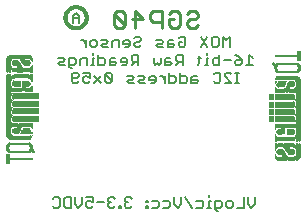
<source format=gbr>
G04 EAGLE Gerber RS-274X export*
G75*
%MOMM*%
%FSLAX34Y34*%
%LPD*%
%INSilkscreen Bottom*%
%IPPOS*%
%AMOC8*
5,1,8,0,0,1.08239X$1,22.5*%
G01*
%ADD10C,0.254000*%
%ADD11C,0.152400*%
%ADD12C,0.127000*%
%ADD13C,0.304800*%
%ADD14C,0.203200*%
%ADD15R,0.022863X0.462278*%
%ADD16R,0.022863X0.462281*%
%ADD17R,0.022863X0.436881*%
%ADD18R,0.023113X0.462278*%
%ADD19R,0.023113X0.462281*%
%ADD20R,0.023113X0.436881*%
%ADD21R,0.023116X0.462278*%
%ADD22R,0.023116X0.462281*%
%ADD23R,0.023116X0.436881*%
%ADD24R,0.023113X0.022863*%
%ADD25R,0.023116X0.091441*%
%ADD26R,0.023113X0.139700*%
%ADD27R,0.023116X0.185419*%
%ADD28R,0.023113X0.254000*%
%ADD29R,0.023113X0.299719*%
%ADD30R,0.023116X0.345438*%
%ADD31R,0.023113X0.391159*%
%ADD32R,0.023116X0.393700*%
%ADD33R,0.022863X0.325119*%
%ADD34R,0.022863X0.599438*%
%ADD35R,0.022863X0.622300*%
%ADD36R,0.022863X0.530859*%
%ADD37R,0.022863X0.439422*%
%ADD38R,0.022863X0.231138*%
%ADD39R,0.022863X0.071119*%
%ADD40R,0.022863X0.533400*%
%ADD41R,0.022863X0.208281*%
%ADD42R,0.023113X0.345441*%
%ADD43R,0.023113X0.576578*%
%ADD44R,0.023113X0.599438*%
%ADD45R,0.023113X0.508000*%
%ADD46R,0.023113X0.416563*%
%ADD47R,0.023113X0.208278*%
%ADD48R,0.023113X0.553722*%
%ADD49R,0.023113X0.208281*%
%ADD50R,0.023116X0.345441*%
%ADD51R,0.023116X0.530859*%
%ADD52R,0.023116X0.370841*%
%ADD53R,0.023116X0.162559*%
%ADD54R,0.023116X0.576581*%
%ADD55R,0.023116X0.208281*%
%ADD56R,0.023113X0.322578*%
%ADD57R,0.023113X0.485137*%
%ADD58R,0.023113X0.416559*%
%ADD59R,0.023113X0.347981*%
%ADD60R,0.023113X0.116838*%
%ADD61R,0.023113X0.647700*%
%ADD62R,0.023116X0.322581*%
%ADD63R,0.023116X0.485137*%
%ADD64R,0.023116X0.093978*%
%ADD65R,0.023116X0.231141*%
%ADD66R,0.023116X0.693419*%
%ADD67R,0.023113X0.322581*%
%ADD68R,0.023113X0.439419*%
%ADD69R,0.023113X0.370841*%
%ADD70R,0.023113X0.299722*%
%ADD71R,0.023113X0.045719*%
%ADD72R,0.023113X0.739138*%
%ADD73R,0.023113X0.414019*%
%ADD74R,0.023113X0.347978*%
%ADD75R,0.023113X0.762000*%
%ADD76R,0.023116X0.414019*%
%ADD77R,0.023116X0.182881*%
%ADD78R,0.023116X0.347978*%
%ADD79R,0.023116X0.276863*%
%ADD80R,0.023116X0.116841*%
%ADD81R,0.023116X0.276859*%
%ADD82R,0.023116X0.784863*%
%ADD83R,0.023113X0.325119*%
%ADD84R,0.023113X0.276863*%
%ADD85R,0.023113X0.276859*%
%ADD86R,0.023116X0.325119*%
%ADD87R,0.023116X0.391159*%
%ADD88R,0.023116X0.302259*%
%ADD89R,0.023116X0.254000*%
%ADD90R,0.023113X0.302259*%
%ADD91R,0.023113X0.393700*%
%ADD92R,0.023113X0.231141*%
%ADD93R,0.022863X0.302259*%
%ADD94R,0.022863X0.439419*%
%ADD95R,0.022863X0.368300*%
%ADD96R,0.022863X0.391159*%
%ADD97R,0.022863X0.416559*%
%ADD98R,0.022863X0.276863*%
%ADD99R,0.022863X0.205741*%
%ADD100R,0.023113X0.368300*%
%ADD101R,0.023113X0.205741*%
%ADD102R,0.023116X0.368300*%
%ADD103R,0.023116X0.205741*%
%ADD104R,0.023113X0.182881*%
%ADD105R,0.022863X0.276859*%
%ADD106R,0.022863X0.182881*%
%ADD107R,0.023113X0.924559*%
%ADD108R,0.023116X0.924559*%
%ADD109R,0.023113X0.901700*%
%ADD110R,0.023116X0.901700*%
%ADD111R,0.023113X0.878841*%
%ADD112R,0.023116X0.855981*%
%ADD113R,0.023113X0.833119*%
%ADD114R,0.022863X0.787400*%
%ADD115R,0.022863X0.414019*%
%ADD116R,0.022863X0.924559*%
%ADD117R,0.023113X0.739141*%
%ADD118R,0.023116X0.716281*%
%ADD119R,0.023116X0.299722*%
%ADD120R,0.023113X0.670559*%
%ADD121R,0.023116X0.647700*%
%ADD122R,0.023116X0.508000*%
%ADD123R,0.023116X0.299719*%
%ADD124R,0.023113X0.601981*%
%ADD125R,0.023113X0.530859*%
%ADD126R,0.023113X0.231138*%
%ADD127R,0.023113X0.556259*%
%ADD128R,0.023113X0.185419*%
%ADD129R,0.023116X0.533400*%
%ADD130R,0.023116X0.599438*%
%ADD131R,0.023116X0.416563*%
%ADD132R,0.023116X0.116838*%
%ADD133R,0.023113X0.485141*%
%ADD134R,0.023113X0.645159*%
%ADD135R,0.023113X0.716278*%
%ADD136R,0.022863X0.393700*%
%ADD137R,0.022863X0.762000*%
%ADD138R,0.022863X0.624841*%
%ADD139R,0.023113X0.784859*%
%ADD140R,0.023113X0.693422*%
%ADD141R,0.023116X0.830578*%
%ADD142R,0.023116X0.739141*%
%ADD143R,0.023113X0.876300*%
%ADD144R,0.023113X0.807722*%
%ADD145R,0.023116X0.899159*%
%ADD146R,0.023116X0.878841*%
%ADD147R,0.023113X0.922019*%
%ADD148R,0.023113X0.947419*%
%ADD149R,0.023116X0.970278*%
%ADD150R,0.023113X0.970278*%
%ADD151R,0.023116X0.439419*%
%ADD152R,0.022863X0.299722*%
%ADD153R,0.023116X0.416559*%
%ADD154R,0.023116X0.347981*%
%ADD155R,0.023113X0.137159*%
%ADD156R,0.023113X0.093978*%
%ADD157R,0.023113X0.091441*%
%ADD158R,0.023113X0.093981*%
%ADD159R,0.023113X0.114300*%
%ADD160R,0.023116X0.045719*%
%ADD161R,0.023116X0.045722*%
%ADD162R,0.023113X0.071119*%
%ADD163R,0.023113X0.116841*%
%ADD164R,0.023116X0.139700*%
%ADD165R,0.022863X0.322581*%
%ADD166R,0.022863X0.345441*%
%ADD167R,0.022863X0.162559*%
%ADD168R,0.022863X0.576581*%
%ADD169R,0.023113X0.668019*%
%ADD170R,0.023113X0.533400*%
%ADD171R,0.023116X1.455419*%
%ADD172R,0.023116X5.519419*%
%ADD173R,0.023113X1.455419*%
%ADD174R,0.023113X5.519419*%
%ADD175R,0.023116X5.494019*%
%ADD176R,0.023113X1.430019*%
%ADD177R,0.023113X5.494019*%
%ADD178R,0.023116X1.430019*%
%ADD179R,0.023116X5.471159*%
%ADD180R,0.023116X0.762000*%
%ADD181R,0.023113X1.407159*%
%ADD182R,0.023113X5.471159*%
%ADD183R,0.022863X1.384300*%
%ADD184R,0.022863X5.448300*%
%ADD185R,0.022863X0.716278*%
%ADD186R,0.022863X0.878841*%
%ADD187R,0.023113X1.361438*%
%ADD188R,0.023113X5.425438*%
%ADD189R,0.023116X1.338578*%
%ADD190R,0.023116X5.402578*%
%ADD191R,0.023116X0.624841*%
%ADD192R,0.023113X1.292859*%
%ADD193R,0.023113X5.356859*%
%ADD194R,0.023116X1.224278*%
%ADD195R,0.023116X5.288278*%


D10*
X154829Y168581D02*
X157202Y170954D01*
X161947Y170954D01*
X164320Y168581D01*
X164320Y166209D01*
X161947Y163836D01*
X157202Y163836D01*
X154829Y161463D01*
X154829Y159091D01*
X157202Y156718D01*
X161947Y156718D01*
X164320Y159091D01*
X141766Y170954D02*
X139393Y168581D01*
X141766Y170954D02*
X146511Y170954D01*
X148884Y168581D01*
X148884Y159091D01*
X146511Y156718D01*
X141766Y156718D01*
X139393Y159091D01*
X139393Y163836D01*
X144139Y163836D01*
X133448Y156718D02*
X133448Y170954D01*
X126330Y170954D01*
X123957Y168581D01*
X123957Y163836D01*
X126330Y161463D01*
X133448Y161463D01*
X110894Y156718D02*
X110894Y170954D01*
X118012Y163836D01*
X108521Y163836D01*
X102576Y159091D02*
X102576Y168581D01*
X100203Y170954D01*
X95458Y170954D01*
X93085Y168581D01*
X93085Y159091D01*
X95458Y156718D01*
X100203Y156718D01*
X102576Y159091D01*
X93085Y168581D01*
D11*
X190945Y149105D02*
X190945Y140462D01*
X188064Y146224D02*
X190945Y149105D01*
X188064Y146224D02*
X185183Y149105D01*
X185183Y140462D01*
X180149Y149105D02*
X177268Y149105D01*
X180149Y149105D02*
X181590Y147665D01*
X181590Y141903D01*
X180149Y140462D01*
X177268Y140462D01*
X175827Y141903D01*
X175827Y147665D01*
X177268Y149105D01*
X172234Y149105D02*
X166472Y140462D01*
X172234Y140462D02*
X166472Y149105D01*
X149202Y149105D02*
X147762Y147665D01*
X149202Y149105D02*
X152083Y149105D01*
X153524Y147665D01*
X153524Y141903D01*
X152083Y140462D01*
X149202Y140462D01*
X147762Y141903D01*
X147762Y144784D01*
X150643Y144784D01*
X142728Y146224D02*
X139847Y146224D01*
X138407Y144784D01*
X138407Y140462D01*
X142728Y140462D01*
X144169Y141903D01*
X142728Y143343D01*
X138407Y143343D01*
X134814Y140462D02*
X130492Y140462D01*
X129051Y141903D01*
X130492Y143343D01*
X133373Y143343D01*
X134814Y144784D01*
X133373Y146224D01*
X129051Y146224D01*
X111782Y149105D02*
X110341Y147665D01*
X111782Y149105D02*
X114663Y149105D01*
X116103Y147665D01*
X116103Y146224D01*
X114663Y144784D01*
X111782Y144784D01*
X110341Y143343D01*
X110341Y141903D01*
X111782Y140462D01*
X114663Y140462D01*
X116103Y141903D01*
X105308Y140462D02*
X102426Y140462D01*
X105308Y140462D02*
X106748Y141903D01*
X106748Y144784D01*
X105308Y146224D01*
X102426Y146224D01*
X100986Y144784D01*
X100986Y143343D01*
X106748Y143343D01*
X97393Y140462D02*
X97393Y146224D01*
X93071Y146224D01*
X91631Y144784D01*
X91631Y140462D01*
X88038Y140462D02*
X83716Y140462D01*
X82275Y141903D01*
X83716Y143343D01*
X86597Y143343D01*
X88038Y144784D01*
X86597Y146224D01*
X82275Y146224D01*
X77242Y140462D02*
X74361Y140462D01*
X72920Y141903D01*
X72920Y144784D01*
X74361Y146224D01*
X77242Y146224D01*
X78683Y144784D01*
X78683Y141903D01*
X77242Y140462D01*
X69327Y140462D02*
X69327Y146224D01*
X69327Y143343D02*
X66446Y146224D01*
X65006Y146224D01*
X207554Y133865D02*
X210435Y130984D01*
X207554Y133865D02*
X207554Y125222D01*
X210435Y125222D02*
X204673Y125222D01*
X198198Y132425D02*
X195317Y133865D01*
X198198Y132425D02*
X201080Y129544D01*
X201080Y126663D01*
X199639Y125222D01*
X196758Y125222D01*
X195317Y126663D01*
X195317Y128103D01*
X196758Y129544D01*
X201080Y129544D01*
X191724Y129544D02*
X185962Y129544D01*
X182369Y133865D02*
X182369Y125222D01*
X178048Y125222D01*
X176607Y126663D01*
X176607Y129544D01*
X178048Y130984D01*
X182369Y130984D01*
X173014Y130984D02*
X171573Y130984D01*
X171573Y125222D01*
X170133Y125222D02*
X173014Y125222D01*
X171573Y133865D02*
X171573Y135306D01*
X165337Y132425D02*
X165337Y126663D01*
X163896Y125222D01*
X163896Y130984D02*
X166777Y130984D01*
X151185Y133865D02*
X151185Y125222D01*
X151185Y133865D02*
X146864Y133865D01*
X145423Y132425D01*
X145423Y129544D01*
X146864Y128103D01*
X151185Y128103D01*
X148304Y128103D02*
X145423Y125222D01*
X140390Y130984D02*
X137508Y130984D01*
X136068Y129544D01*
X136068Y125222D01*
X140390Y125222D01*
X141830Y126663D01*
X140390Y128103D01*
X136068Y128103D01*
X132475Y126663D02*
X132475Y130984D01*
X132475Y126663D02*
X131034Y125222D01*
X129594Y126663D01*
X128153Y125222D01*
X126713Y126663D01*
X126713Y130984D01*
X113765Y133865D02*
X113765Y125222D01*
X113765Y133865D02*
X109443Y133865D01*
X108002Y132425D01*
X108002Y129544D01*
X109443Y128103D01*
X113765Y128103D01*
X110883Y128103D02*
X108002Y125222D01*
X102969Y125222D02*
X100088Y125222D01*
X102969Y125222D02*
X104409Y126663D01*
X104409Y129544D01*
X102969Y130984D01*
X100088Y130984D01*
X98647Y129544D01*
X98647Y128103D01*
X104409Y128103D01*
X93614Y130984D02*
X90732Y130984D01*
X89292Y129544D01*
X89292Y125222D01*
X93614Y125222D01*
X95054Y126663D01*
X93614Y128103D01*
X89292Y128103D01*
X79937Y125222D02*
X79937Y133865D01*
X79937Y125222D02*
X84258Y125222D01*
X85699Y126663D01*
X85699Y129544D01*
X84258Y130984D01*
X79937Y130984D01*
X76344Y130984D02*
X74903Y130984D01*
X74903Y125222D01*
X73463Y125222D02*
X76344Y125222D01*
X74903Y133865D02*
X74903Y135306D01*
X70107Y130984D02*
X70107Y125222D01*
X70107Y130984D02*
X65785Y130984D01*
X64345Y129544D01*
X64345Y125222D01*
X57871Y122341D02*
X56430Y122341D01*
X54990Y123781D01*
X54990Y130984D01*
X59311Y130984D01*
X60752Y129544D01*
X60752Y126663D01*
X59311Y125222D01*
X54990Y125222D01*
X51397Y125222D02*
X47075Y125222D01*
X45634Y126663D01*
X47075Y128103D01*
X49956Y128103D01*
X51397Y129544D01*
X49956Y130984D01*
X45634Y130984D01*
X195860Y109982D02*
X198741Y109982D01*
X197300Y109982D02*
X197300Y118625D01*
X195860Y118625D02*
X198741Y118625D01*
X192504Y109982D02*
X186742Y109982D01*
X192504Y109982D02*
X186742Y115744D01*
X186742Y117185D01*
X188182Y118625D01*
X191063Y118625D01*
X192504Y117185D01*
X178827Y118625D02*
X177387Y117185D01*
X178827Y118625D02*
X181708Y118625D01*
X183149Y117185D01*
X183149Y111423D01*
X181708Y109982D01*
X178827Y109982D01*
X177387Y111423D01*
X162998Y115744D02*
X160117Y115744D01*
X158676Y114304D01*
X158676Y109982D01*
X162998Y109982D01*
X164438Y111423D01*
X162998Y112863D01*
X158676Y112863D01*
X149321Y109982D02*
X149321Y118625D01*
X149321Y109982D02*
X153643Y109982D01*
X155083Y111423D01*
X155083Y114304D01*
X153643Y115744D01*
X149321Y115744D01*
X139966Y118625D02*
X139966Y109982D01*
X144288Y109982D01*
X145728Y111423D01*
X145728Y114304D01*
X144288Y115744D01*
X139966Y115744D01*
X136373Y115744D02*
X136373Y109982D01*
X136373Y112863D02*
X133492Y115744D01*
X132051Y115744D01*
X127136Y109982D02*
X124255Y109982D01*
X127136Y109982D02*
X128577Y111423D01*
X128577Y114304D01*
X127136Y115744D01*
X124255Y115744D01*
X122815Y114304D01*
X122815Y112863D01*
X128577Y112863D01*
X119222Y109982D02*
X114900Y109982D01*
X113459Y111423D01*
X114900Y112863D01*
X117781Y112863D01*
X119222Y114304D01*
X117781Y115744D01*
X113459Y115744D01*
X109867Y109982D02*
X105545Y109982D01*
X104104Y111423D01*
X105545Y112863D01*
X108426Y112863D01*
X109867Y114304D01*
X108426Y115744D01*
X104104Y115744D01*
X91156Y117185D02*
X91156Y111423D01*
X91156Y117185D02*
X89716Y118625D01*
X86834Y118625D01*
X85394Y117185D01*
X85394Y111423D01*
X86834Y109982D01*
X89716Y109982D01*
X91156Y111423D01*
X85394Y117185D01*
X81801Y115744D02*
X76039Y109982D01*
X81801Y109982D02*
X76039Y115744D01*
X72446Y118625D02*
X66684Y118625D01*
X72446Y118625D02*
X72446Y114304D01*
X69565Y115744D01*
X68124Y115744D01*
X66684Y114304D01*
X66684Y111423D01*
X68124Y109982D01*
X71005Y109982D01*
X72446Y111423D01*
X63091Y111423D02*
X61650Y109982D01*
X58769Y109982D01*
X57328Y111423D01*
X57328Y117185D01*
X58769Y118625D01*
X61650Y118625D01*
X63091Y117185D01*
X63091Y115744D01*
X61650Y114304D01*
X57328Y114304D01*
D12*
X212410Y13343D02*
X212410Y7411D01*
X209444Y4445D01*
X206478Y7411D01*
X206478Y13343D01*
X203055Y13343D02*
X203055Y4445D01*
X197123Y4445D01*
X192217Y4445D02*
X189251Y4445D01*
X187768Y5928D01*
X187768Y8894D01*
X189251Y10377D01*
X192217Y10377D01*
X193700Y8894D01*
X193700Y5928D01*
X192217Y4445D01*
X181379Y1479D02*
X179896Y1479D01*
X178413Y2962D01*
X178413Y10377D01*
X182862Y10377D01*
X184345Y8894D01*
X184345Y5928D01*
X182862Y4445D01*
X178413Y4445D01*
X174989Y10377D02*
X173507Y10377D01*
X173507Y4445D01*
X174989Y4445D02*
X172024Y4445D01*
X173507Y13343D02*
X173507Y14826D01*
X167270Y10377D02*
X162821Y10377D01*
X167270Y10377D02*
X168753Y8894D01*
X168753Y5928D01*
X167270Y4445D01*
X162821Y4445D01*
X159397Y4445D02*
X153466Y13343D01*
X150042Y13343D02*
X150042Y7411D01*
X147076Y4445D01*
X144111Y7411D01*
X144111Y13343D01*
X139204Y10377D02*
X134755Y10377D01*
X139204Y10377D02*
X140687Y8894D01*
X140687Y5928D01*
X139204Y4445D01*
X134755Y4445D01*
X129849Y10377D02*
X125400Y10377D01*
X129849Y10377D02*
X131332Y8894D01*
X131332Y5928D01*
X129849Y4445D01*
X125400Y4445D01*
X121977Y10377D02*
X120494Y10377D01*
X120494Y8894D01*
X121977Y8894D01*
X121977Y10377D01*
X121977Y5928D02*
X120494Y5928D01*
X120494Y4445D01*
X121977Y4445D01*
X121977Y5928D01*
X107944Y11860D02*
X106461Y13343D01*
X103495Y13343D01*
X102012Y11860D01*
X102012Y10377D01*
X103495Y8894D01*
X104978Y8894D01*
X103495Y8894D02*
X102012Y7411D01*
X102012Y5928D01*
X103495Y4445D01*
X106461Y4445D01*
X107944Y5928D01*
X98589Y5928D02*
X98589Y4445D01*
X98589Y5928D02*
X97106Y5928D01*
X97106Y4445D01*
X98589Y4445D01*
X93911Y11860D02*
X92428Y13343D01*
X89462Y13343D01*
X87979Y11860D01*
X87979Y10377D01*
X89462Y8894D01*
X90945Y8894D01*
X89462Y8894D02*
X87979Y7411D01*
X87979Y5928D01*
X89462Y4445D01*
X92428Y4445D01*
X93911Y5928D01*
X84556Y8894D02*
X78624Y8894D01*
X75201Y13343D02*
X69269Y13343D01*
X75201Y13343D02*
X75201Y8894D01*
X72235Y10377D01*
X70752Y10377D01*
X69269Y8894D01*
X69269Y5928D01*
X70752Y4445D01*
X73718Y4445D01*
X75201Y5928D01*
X65846Y7411D02*
X65846Y13343D01*
X65846Y7411D02*
X62880Y4445D01*
X59914Y7411D01*
X59914Y13343D01*
X56490Y13343D02*
X56490Y4445D01*
X52042Y4445D01*
X50559Y5928D01*
X50559Y11860D01*
X52042Y13343D01*
X56490Y13343D01*
X42686Y13343D02*
X41203Y11860D01*
X42686Y13343D02*
X45652Y13343D01*
X47135Y11860D01*
X47135Y5928D01*
X45652Y4445D01*
X42686Y4445D01*
X41203Y5928D01*
D13*
X51980Y165100D02*
X51983Y165320D01*
X51991Y165541D01*
X52004Y165761D01*
X52023Y165980D01*
X52048Y166199D01*
X52077Y166418D01*
X52112Y166635D01*
X52153Y166852D01*
X52198Y167068D01*
X52249Y167282D01*
X52305Y167495D01*
X52367Y167707D01*
X52433Y167917D01*
X52505Y168125D01*
X52582Y168332D01*
X52664Y168536D01*
X52750Y168739D01*
X52842Y168939D01*
X52939Y169138D01*
X53040Y169333D01*
X53147Y169526D01*
X53258Y169717D01*
X53373Y169904D01*
X53493Y170089D01*
X53618Y170271D01*
X53747Y170449D01*
X53881Y170625D01*
X54018Y170797D01*
X54160Y170965D01*
X54306Y171131D01*
X54456Y171292D01*
X54610Y171450D01*
X54768Y171604D01*
X54929Y171754D01*
X55095Y171900D01*
X55263Y172042D01*
X55435Y172179D01*
X55611Y172313D01*
X55789Y172442D01*
X55971Y172567D01*
X56156Y172687D01*
X56343Y172802D01*
X56534Y172913D01*
X56727Y173020D01*
X56922Y173121D01*
X57121Y173218D01*
X57321Y173310D01*
X57524Y173396D01*
X57728Y173478D01*
X57935Y173555D01*
X58143Y173627D01*
X58353Y173693D01*
X58565Y173755D01*
X58778Y173811D01*
X58992Y173862D01*
X59208Y173907D01*
X59425Y173948D01*
X59642Y173983D01*
X59861Y174012D01*
X60080Y174037D01*
X60299Y174056D01*
X60519Y174069D01*
X60740Y174077D01*
X60960Y174080D01*
X61180Y174077D01*
X61401Y174069D01*
X61621Y174056D01*
X61840Y174037D01*
X62059Y174012D01*
X62278Y173983D01*
X62495Y173948D01*
X62712Y173907D01*
X62928Y173862D01*
X63142Y173811D01*
X63355Y173755D01*
X63567Y173693D01*
X63777Y173627D01*
X63985Y173555D01*
X64192Y173478D01*
X64396Y173396D01*
X64599Y173310D01*
X64799Y173218D01*
X64998Y173121D01*
X65193Y173020D01*
X65386Y172913D01*
X65577Y172802D01*
X65764Y172687D01*
X65949Y172567D01*
X66131Y172442D01*
X66309Y172313D01*
X66485Y172179D01*
X66657Y172042D01*
X66825Y171900D01*
X66991Y171754D01*
X67152Y171604D01*
X67310Y171450D01*
X67464Y171292D01*
X67614Y171131D01*
X67760Y170965D01*
X67902Y170797D01*
X68039Y170625D01*
X68173Y170449D01*
X68302Y170271D01*
X68427Y170089D01*
X68547Y169904D01*
X68662Y169717D01*
X68773Y169526D01*
X68880Y169333D01*
X68981Y169138D01*
X69078Y168939D01*
X69170Y168739D01*
X69256Y168536D01*
X69338Y168332D01*
X69415Y168125D01*
X69487Y167917D01*
X69553Y167707D01*
X69615Y167495D01*
X69671Y167282D01*
X69722Y167068D01*
X69767Y166852D01*
X69808Y166635D01*
X69843Y166418D01*
X69872Y166199D01*
X69897Y165980D01*
X69916Y165761D01*
X69929Y165541D01*
X69937Y165320D01*
X69940Y165100D01*
X69937Y164880D01*
X69929Y164659D01*
X69916Y164439D01*
X69897Y164220D01*
X69872Y164001D01*
X69843Y163782D01*
X69808Y163565D01*
X69767Y163348D01*
X69722Y163132D01*
X69671Y162918D01*
X69615Y162705D01*
X69553Y162493D01*
X69487Y162283D01*
X69415Y162075D01*
X69338Y161868D01*
X69256Y161664D01*
X69170Y161461D01*
X69078Y161261D01*
X68981Y161062D01*
X68880Y160867D01*
X68773Y160674D01*
X68662Y160483D01*
X68547Y160296D01*
X68427Y160111D01*
X68302Y159929D01*
X68173Y159751D01*
X68039Y159575D01*
X67902Y159403D01*
X67760Y159235D01*
X67614Y159069D01*
X67464Y158908D01*
X67310Y158750D01*
X67152Y158596D01*
X66991Y158446D01*
X66825Y158300D01*
X66657Y158158D01*
X66485Y158021D01*
X66309Y157887D01*
X66131Y157758D01*
X65949Y157633D01*
X65764Y157513D01*
X65577Y157398D01*
X65386Y157287D01*
X65193Y157180D01*
X64998Y157079D01*
X64799Y156982D01*
X64599Y156890D01*
X64396Y156804D01*
X64192Y156722D01*
X63985Y156645D01*
X63777Y156573D01*
X63567Y156507D01*
X63355Y156445D01*
X63142Y156389D01*
X62928Y156338D01*
X62712Y156293D01*
X62495Y156252D01*
X62278Y156217D01*
X62059Y156188D01*
X61840Y156163D01*
X61621Y156144D01*
X61401Y156131D01*
X61180Y156123D01*
X60960Y156120D01*
X60740Y156123D01*
X60519Y156131D01*
X60299Y156144D01*
X60080Y156163D01*
X59861Y156188D01*
X59642Y156217D01*
X59425Y156252D01*
X59208Y156293D01*
X58992Y156338D01*
X58778Y156389D01*
X58565Y156445D01*
X58353Y156507D01*
X58143Y156573D01*
X57935Y156645D01*
X57728Y156722D01*
X57524Y156804D01*
X57321Y156890D01*
X57121Y156982D01*
X56922Y157079D01*
X56727Y157180D01*
X56534Y157287D01*
X56343Y157398D01*
X56156Y157513D01*
X55971Y157633D01*
X55789Y157758D01*
X55611Y157887D01*
X55435Y158021D01*
X55263Y158158D01*
X55095Y158300D01*
X54929Y158446D01*
X54768Y158596D01*
X54610Y158750D01*
X54456Y158908D01*
X54306Y159069D01*
X54160Y159235D01*
X54018Y159403D01*
X53881Y159575D01*
X53747Y159751D01*
X53618Y159929D01*
X53493Y160111D01*
X53373Y160296D01*
X53258Y160483D01*
X53147Y160674D01*
X53040Y160867D01*
X52939Y161062D01*
X52842Y161261D01*
X52750Y161461D01*
X52664Y161664D01*
X52582Y161868D01*
X52505Y162075D01*
X52433Y162283D01*
X52367Y162493D01*
X52305Y162705D01*
X52249Y162918D01*
X52198Y163132D01*
X52153Y163348D01*
X52112Y163565D01*
X52077Y163782D01*
X52048Y164001D01*
X52023Y164220D01*
X52004Y164439D01*
X51991Y164659D01*
X51983Y164880D01*
X51980Y165100D01*
D14*
X63500Y166459D02*
X63500Y161036D01*
X63500Y166459D02*
X60788Y169171D01*
X58077Y166459D01*
X58077Y161036D01*
X58077Y165103D02*
X63500Y165103D01*
D15*
X224790Y79197D03*
D16*
X224790Y85446D03*
X224790Y91669D03*
D17*
X224790Y98019D03*
D18*
X225020Y79197D03*
D19*
X225020Y85446D03*
X225020Y91669D03*
D20*
X225020Y98019D03*
D21*
X225251Y79197D03*
D22*
X225251Y85446D03*
X225251Y91669D03*
D23*
X225251Y98019D03*
D18*
X225482Y79197D03*
D19*
X225482Y85446D03*
X225482Y91669D03*
D20*
X225482Y98019D03*
D21*
X225713Y79197D03*
D22*
X225713Y85446D03*
X225713Y91669D03*
D23*
X225713Y98019D03*
D18*
X225944Y79197D03*
D19*
X225944Y85446D03*
X225944Y91669D03*
D20*
X225944Y98019D03*
D18*
X226176Y79197D03*
D19*
X226176Y85446D03*
X226176Y91669D03*
D20*
X226176Y98019D03*
D21*
X226407Y79197D03*
D22*
X226407Y85446D03*
X226407Y91669D03*
D23*
X226407Y98019D03*
D18*
X226638Y79197D03*
D19*
X226638Y85446D03*
X226638Y91669D03*
D20*
X226638Y98019D03*
D21*
X226869Y79197D03*
D22*
X226869Y85446D03*
X226869Y91669D03*
D23*
X226869Y98019D03*
D18*
X227100Y79197D03*
D19*
X227100Y85446D03*
X227100Y91669D03*
D20*
X227100Y98019D03*
D15*
X227330Y79197D03*
D16*
X227330Y85446D03*
X227330Y91669D03*
D17*
X227330Y98019D03*
D18*
X227560Y79197D03*
D19*
X227560Y85446D03*
X227560Y91669D03*
D20*
X227560Y98019D03*
D24*
X227560Y126429D03*
D21*
X227791Y79197D03*
D22*
X227791Y85446D03*
X227791Y91669D03*
D23*
X227791Y98019D03*
D25*
X227791Y126314D03*
D18*
X228022Y79197D03*
D19*
X228022Y85446D03*
X228022Y91669D03*
D20*
X228022Y98019D03*
D26*
X228022Y126073D03*
D21*
X228253Y79197D03*
D22*
X228253Y85446D03*
X228253Y91669D03*
D23*
X228253Y98019D03*
D27*
X228253Y126073D03*
D18*
X228484Y79197D03*
D19*
X228484Y85446D03*
X228484Y91669D03*
D20*
X228484Y98019D03*
D28*
X228484Y125959D03*
D18*
X228716Y79197D03*
D19*
X228716Y85446D03*
X228716Y91669D03*
D20*
X228716Y98019D03*
D29*
X228716Y125730D03*
D21*
X228947Y79197D03*
D22*
X228947Y85446D03*
X228947Y91669D03*
D23*
X228947Y98019D03*
D30*
X228947Y125730D03*
D31*
X229178Y125501D03*
D32*
X229409Y125032D03*
D18*
X229640Y124003D03*
D33*
X229870Y48031D03*
D34*
X229870Y55880D03*
D35*
X229870Y63614D03*
D36*
X229870Y72631D03*
D15*
X229870Y79197D03*
D16*
X229870Y85446D03*
X229870Y91669D03*
D17*
X229870Y98019D03*
D37*
X229870Y104254D03*
D38*
X229870Y109919D03*
D39*
X229870Y113030D03*
D40*
X229870Y123190D03*
D41*
X229870Y132436D03*
D42*
X230100Y47676D03*
D43*
X230100Y55994D03*
D44*
X230100Y63500D03*
D45*
X230100Y72746D03*
D18*
X230100Y79197D03*
D19*
X230100Y85446D03*
X230100Y91669D03*
D20*
X230100Y98019D03*
D46*
X230100Y104140D03*
D47*
X230100Y110033D03*
D26*
X230100Y113373D03*
D48*
X230100Y122606D03*
D49*
X230100Y132436D03*
D50*
X230331Y47219D03*
D51*
X230331Y56223D03*
X230331Y63157D03*
D21*
X230331Y72974D03*
X230331Y79197D03*
D22*
X230331Y85446D03*
X230331Y91669D03*
D23*
X230331Y98019D03*
D52*
X230331Y103911D03*
D53*
X230331Y110261D03*
D27*
X230331Y113602D03*
D54*
X230331Y122492D03*
D55*
X230331Y132436D03*
D56*
X230562Y46876D03*
D57*
X230562Y56452D03*
D45*
X230562Y63043D03*
D58*
X230562Y73203D03*
D18*
X230562Y79197D03*
D19*
X230562Y85446D03*
X230562Y91669D03*
D20*
X230562Y98019D03*
D59*
X230562Y103797D03*
D60*
X230562Y110490D03*
D47*
X230562Y113716D03*
D61*
X230562Y122619D03*
D49*
X230562Y132436D03*
D62*
X230793Y46647D03*
D21*
X230793Y56566D03*
D63*
X230793Y62929D03*
D32*
X230793Y73317D03*
D21*
X230793Y79197D03*
D22*
X230793Y85446D03*
X230793Y91669D03*
D23*
X230793Y98019D03*
D62*
X230793Y103670D03*
D64*
X230793Y110604D03*
D65*
X230793Y113830D03*
D66*
X230793Y122619D03*
D55*
X230793Y132436D03*
D67*
X231024Y46419D03*
D68*
X231024Y56680D03*
D18*
X231024Y62814D03*
D69*
X231024Y73431D03*
D18*
X231024Y79197D03*
D19*
X231024Y85446D03*
X231024Y91669D03*
D20*
X231024Y98019D03*
D70*
X231024Y103556D03*
D71*
X231024Y110846D03*
D28*
X231024Y113944D03*
D72*
X231024Y122619D03*
D49*
X231024Y132436D03*
D67*
X231256Y46190D03*
D73*
X231256Y56807D03*
D68*
X231256Y62700D03*
D74*
X231256Y73546D03*
D18*
X231256Y79197D03*
D19*
X231256Y85446D03*
X231256Y91669D03*
D20*
X231256Y98019D03*
D70*
X231256Y103556D03*
D28*
X231256Y113944D03*
D75*
X231256Y122504D03*
D49*
X231256Y132436D03*
D62*
X231487Y46190D03*
D65*
X231487Y51270D03*
D76*
X231487Y56807D03*
X231487Y62573D03*
D77*
X231487Y68351D03*
D78*
X231487Y73546D03*
D21*
X231487Y79197D03*
D22*
X231487Y85446D03*
X231487Y91669D03*
D23*
X231487Y98019D03*
D79*
X231487Y103442D03*
D80*
X231487Y108179D03*
D81*
X231487Y114059D03*
D82*
X231487Y122619D03*
D55*
X231487Y132436D03*
D83*
X231718Y45949D03*
D67*
X231718Y51270D03*
D31*
X231718Y56921D03*
D73*
X231718Y62573D03*
D83*
X231718Y68351D03*
X231718Y73660D03*
D18*
X231718Y79197D03*
D19*
X231718Y85446D03*
X231718Y91669D03*
D20*
X231718Y98019D03*
D84*
X231718Y103442D03*
D85*
X231718Y108293D03*
X231718Y114059D03*
D84*
X231718Y120079D03*
D85*
X231718Y125387D03*
D49*
X231718Y132436D03*
D86*
X231949Y45949D03*
D52*
X231949Y51257D03*
D87*
X231949Y56921D03*
D76*
X231949Y62573D03*
D52*
X231949Y68351D03*
D86*
X231949Y73660D03*
D21*
X231949Y79197D03*
D22*
X231949Y85446D03*
X231949Y91669D03*
D23*
X231949Y98019D03*
D79*
X231949Y103442D03*
D50*
X231949Y108407D03*
D88*
X231949Y114186D03*
D89*
X231949Y119736D03*
D65*
X231949Y125616D03*
D55*
X231949Y132436D03*
D83*
X232180Y45949D03*
D58*
X232180Y51257D03*
D31*
X232180Y56921D03*
X232180Y62459D03*
D58*
X232180Y68351D03*
D90*
X232180Y73774D03*
D18*
X232180Y79197D03*
D19*
X232180Y85446D03*
X232180Y91669D03*
D20*
X232180Y98019D03*
D84*
X232180Y103442D03*
D91*
X232180Y108649D03*
D90*
X232180Y114186D03*
D92*
X232180Y119621D03*
D49*
X232180Y125730D03*
X232180Y132436D03*
D93*
X232410Y45834D03*
D94*
X232410Y51143D03*
D95*
X232410Y57036D03*
D96*
X232410Y62459D03*
D97*
X232410Y68351D03*
D93*
X232410Y73774D03*
D15*
X232410Y79197D03*
D16*
X232410Y85446D03*
X232410Y91669D03*
D17*
X232410Y98019D03*
D98*
X232410Y103442D03*
D94*
X232410Y108649D03*
D93*
X232410Y114186D03*
D99*
X232410Y119494D03*
D41*
X232410Y125730D03*
X232410Y132436D03*
D90*
X232640Y45834D03*
D18*
X232640Y51257D03*
D100*
X232640Y57036D03*
D31*
X232640Y62459D03*
D19*
X232640Y68351D03*
D90*
X232640Y73774D03*
D18*
X232640Y79197D03*
D19*
X232640Y85446D03*
X232640Y91669D03*
D20*
X232640Y98019D03*
D84*
X232640Y103442D03*
D18*
X232640Y108763D03*
D90*
X232640Y114186D03*
D101*
X232640Y119494D03*
D49*
X232640Y125959D03*
X232640Y132436D03*
D88*
X232871Y45834D03*
D21*
X232871Y51257D03*
D102*
X232871Y57036D03*
D87*
X232871Y62459D03*
D22*
X232871Y68351D03*
D88*
X232871Y73774D03*
D21*
X232871Y79197D03*
D22*
X232871Y85446D03*
X232871Y91669D03*
D23*
X232871Y98019D03*
D79*
X232871Y103442D03*
D21*
X232871Y108763D03*
D88*
X232871Y114186D03*
D103*
X232871Y119494D03*
D55*
X232871Y125959D03*
X232871Y132436D03*
D90*
X233102Y45834D03*
D18*
X233102Y51257D03*
D100*
X233102Y57036D03*
X233102Y62344D03*
D19*
X233102Y68351D03*
D90*
X233102Y73774D03*
D18*
X233102Y79197D03*
D19*
X233102Y85446D03*
X233102Y91669D03*
D20*
X233102Y98019D03*
D84*
X233102Y103442D03*
D18*
X233102Y108763D03*
D90*
X233102Y114186D03*
D101*
X233102Y119494D03*
D49*
X233102Y125959D03*
X233102Y132436D03*
D88*
X233333Y45834D03*
D21*
X233333Y51257D03*
D102*
X233333Y57036D03*
X233333Y62344D03*
D22*
X233333Y68351D03*
D88*
X233333Y73774D03*
D21*
X233333Y79197D03*
D22*
X233333Y85446D03*
X233333Y91669D03*
D23*
X233333Y98019D03*
D79*
X233333Y103442D03*
D21*
X233333Y108763D03*
D88*
X233333Y114186D03*
D77*
X233333Y119380D03*
D55*
X233333Y125959D03*
X233333Y132436D03*
D90*
X233564Y45834D03*
D18*
X233564Y51257D03*
D100*
X233564Y57036D03*
X233564Y62344D03*
D19*
X233564Y68351D03*
D90*
X233564Y73774D03*
D18*
X233564Y79197D03*
D19*
X233564Y85446D03*
X233564Y91669D03*
D20*
X233564Y98019D03*
D84*
X233564Y103442D03*
D18*
X233564Y108763D03*
D90*
X233564Y114186D03*
D104*
X233564Y119380D03*
D49*
X233564Y125959D03*
X233564Y132436D03*
D90*
X233796Y45834D03*
D18*
X233796Y51257D03*
D100*
X233796Y57036D03*
X233796Y62344D03*
D19*
X233796Y68351D03*
D85*
X233796Y73901D03*
D18*
X233796Y79197D03*
D19*
X233796Y85446D03*
X233796Y91669D03*
D20*
X233796Y98019D03*
D84*
X233796Y103442D03*
D18*
X233796Y108763D03*
D90*
X233796Y114186D03*
D104*
X233796Y119380D03*
D49*
X233796Y125959D03*
X233796Y132436D03*
D88*
X234027Y45834D03*
D21*
X234027Y51257D03*
D102*
X234027Y57036D03*
X234027Y62344D03*
D22*
X234027Y68351D03*
D81*
X234027Y73901D03*
D21*
X234027Y79197D03*
D22*
X234027Y85446D03*
X234027Y91669D03*
D23*
X234027Y98019D03*
D79*
X234027Y103442D03*
D21*
X234027Y108763D03*
D88*
X234027Y114186D03*
D77*
X234027Y119380D03*
D55*
X234027Y125959D03*
X234027Y132436D03*
D90*
X234258Y45834D03*
D18*
X234258Y51257D03*
D100*
X234258Y57036D03*
X234258Y62344D03*
D19*
X234258Y68351D03*
D85*
X234258Y73901D03*
D18*
X234258Y79197D03*
D19*
X234258Y85446D03*
X234258Y91669D03*
D20*
X234258Y98019D03*
D84*
X234258Y103442D03*
D18*
X234258Y108763D03*
D90*
X234258Y114186D03*
D104*
X234258Y119380D03*
D49*
X234258Y125959D03*
X234258Y132436D03*
D88*
X234489Y45834D03*
D21*
X234489Y51257D03*
D102*
X234489Y57036D03*
X234489Y62344D03*
D22*
X234489Y68351D03*
D81*
X234489Y73901D03*
D21*
X234489Y79197D03*
D22*
X234489Y85446D03*
X234489Y91669D03*
D23*
X234489Y98019D03*
D79*
X234489Y103442D03*
D21*
X234489Y108763D03*
D88*
X234489Y114186D03*
D77*
X234489Y119380D03*
D55*
X234489Y125959D03*
X234489Y132436D03*
D90*
X234720Y45834D03*
D18*
X234720Y51257D03*
D100*
X234720Y57036D03*
X234720Y62344D03*
D19*
X234720Y68351D03*
D85*
X234720Y73901D03*
D18*
X234720Y79197D03*
D19*
X234720Y85446D03*
X234720Y91669D03*
D20*
X234720Y98019D03*
D84*
X234720Y103442D03*
D18*
X234720Y108763D03*
D90*
X234720Y114186D03*
D104*
X234720Y119380D03*
D49*
X234720Y125959D03*
X234720Y132436D03*
D93*
X234950Y45834D03*
D15*
X234950Y51257D03*
D95*
X234950Y57036D03*
X234950Y62344D03*
D16*
X234950Y68351D03*
D105*
X234950Y73901D03*
D15*
X234950Y79197D03*
D16*
X234950Y85446D03*
X234950Y91669D03*
D17*
X234950Y98019D03*
D98*
X234950Y103442D03*
D15*
X234950Y108763D03*
D93*
X234950Y114186D03*
D106*
X234950Y119380D03*
D41*
X234950Y125959D03*
X234950Y132436D03*
D90*
X235180Y45834D03*
D18*
X235180Y51257D03*
D100*
X235180Y57036D03*
X235180Y62344D03*
D19*
X235180Y68351D03*
D85*
X235180Y73901D03*
D18*
X235180Y79197D03*
D19*
X235180Y85446D03*
X235180Y91669D03*
D20*
X235180Y98019D03*
D84*
X235180Y103442D03*
D18*
X235180Y108763D03*
D90*
X235180Y114186D03*
D104*
X235180Y119380D03*
D49*
X235180Y125959D03*
X235180Y132436D03*
D88*
X235411Y45834D03*
D21*
X235411Y51257D03*
D102*
X235411Y57036D03*
X235411Y62344D03*
D22*
X235411Y68351D03*
D81*
X235411Y73901D03*
D21*
X235411Y79197D03*
D22*
X235411Y85446D03*
X235411Y91669D03*
D23*
X235411Y98019D03*
D79*
X235411Y103442D03*
D21*
X235411Y108763D03*
D88*
X235411Y114186D03*
D77*
X235411Y119380D03*
D55*
X235411Y125959D03*
X235411Y132436D03*
D90*
X235642Y45834D03*
D18*
X235642Y51257D03*
D100*
X235642Y57036D03*
X235642Y62344D03*
D107*
X235642Y70663D03*
D18*
X235642Y79197D03*
D19*
X235642Y85446D03*
X235642Y91669D03*
D20*
X235642Y98019D03*
D84*
X235642Y103442D03*
D18*
X235642Y108763D03*
D90*
X235642Y114186D03*
D104*
X235642Y119380D03*
D49*
X235642Y125959D03*
X235642Y132436D03*
D88*
X235873Y45834D03*
D21*
X235873Y51257D03*
D102*
X235873Y57036D03*
X235873Y62344D03*
D108*
X235873Y70663D03*
D21*
X235873Y79197D03*
D22*
X235873Y85446D03*
X235873Y91669D03*
D23*
X235873Y98019D03*
D79*
X235873Y103442D03*
D21*
X235873Y108763D03*
D88*
X235873Y114186D03*
D77*
X235873Y119380D03*
D55*
X235873Y125959D03*
X235873Y132436D03*
D90*
X236104Y45834D03*
D68*
X236104Y51143D03*
D100*
X236104Y57036D03*
X236104Y62344D03*
D107*
X236104Y70663D03*
D18*
X236104Y79197D03*
D19*
X236104Y85446D03*
X236104Y91669D03*
D20*
X236104Y98019D03*
D84*
X236104Y103442D03*
D18*
X236104Y108763D03*
D90*
X236104Y114186D03*
D104*
X236104Y119380D03*
D49*
X236104Y125959D03*
X236104Y132436D03*
D109*
X236336Y48832D03*
D100*
X236336Y57036D03*
X236336Y62344D03*
D107*
X236336Y70663D03*
D18*
X236336Y79197D03*
D19*
X236336Y85446D03*
X236336Y91669D03*
D20*
X236336Y98019D03*
D84*
X236336Y103442D03*
D18*
X236336Y108763D03*
D90*
X236336Y114186D03*
D104*
X236336Y119380D03*
D49*
X236336Y125959D03*
X236336Y132436D03*
D110*
X236567Y48832D03*
D102*
X236567Y57036D03*
X236567Y62344D03*
D108*
X236567Y70663D03*
D21*
X236567Y79197D03*
D22*
X236567Y85446D03*
X236567Y91669D03*
D23*
X236567Y98019D03*
D79*
X236567Y103442D03*
D21*
X236567Y108763D03*
D88*
X236567Y114186D03*
D77*
X236567Y119380D03*
D55*
X236567Y125959D03*
X236567Y132436D03*
D111*
X236798Y48717D03*
D31*
X236798Y56921D03*
D100*
X236798Y62344D03*
D107*
X236798Y70663D03*
D18*
X236798Y79197D03*
D19*
X236798Y85446D03*
X236798Y91669D03*
D20*
X236798Y98019D03*
D84*
X236798Y103442D03*
D18*
X236798Y108763D03*
D90*
X236798Y114186D03*
D104*
X236798Y119380D03*
D49*
X236798Y125959D03*
X236798Y132436D03*
D112*
X237029Y48603D03*
D87*
X237029Y56921D03*
D102*
X237029Y62344D03*
D108*
X237029Y70663D03*
D21*
X237029Y79197D03*
D22*
X237029Y85446D03*
X237029Y91669D03*
D23*
X237029Y98019D03*
D79*
X237029Y103442D03*
D21*
X237029Y108763D03*
D88*
X237029Y114186D03*
D77*
X237029Y119380D03*
D55*
X237029Y125959D03*
X237029Y132436D03*
D113*
X237260Y48489D03*
D73*
X237260Y56807D03*
D100*
X237260Y62344D03*
D107*
X237260Y70663D03*
D18*
X237260Y79197D03*
D19*
X237260Y85446D03*
X237260Y91669D03*
D20*
X237260Y98019D03*
D84*
X237260Y103442D03*
D68*
X237260Y108877D03*
D90*
X237260Y114186D03*
D104*
X237260Y119380D03*
D49*
X237260Y125959D03*
X237260Y132436D03*
D114*
X237490Y48260D03*
D115*
X237490Y56807D03*
D95*
X237490Y62344D03*
D116*
X237490Y70663D03*
D15*
X237490Y79197D03*
D16*
X237490Y85446D03*
X237490Y91669D03*
D17*
X237490Y98019D03*
D98*
X237490Y103442D03*
D94*
X237490Y108877D03*
D93*
X237490Y114186D03*
D106*
X237490Y119380D03*
D41*
X237490Y125959D03*
X237490Y132436D03*
D117*
X237720Y48019D03*
D68*
X237720Y56680D03*
D100*
X237720Y62344D03*
D107*
X237720Y70663D03*
D18*
X237720Y79197D03*
D19*
X237720Y85446D03*
X237720Y91669D03*
D20*
X237720Y98019D03*
D70*
X237720Y103556D03*
D58*
X237720Y108991D03*
D90*
X237720Y114186D03*
D104*
X237720Y119380D03*
D49*
X237720Y125959D03*
X237720Y132436D03*
D118*
X237951Y47904D03*
D21*
X237951Y56566D03*
D102*
X237951Y62344D03*
D108*
X237951Y70663D03*
D21*
X237951Y79197D03*
D22*
X237951Y85446D03*
X237951Y91669D03*
D23*
X237951Y98019D03*
D119*
X237951Y103556D03*
D32*
X237951Y109106D03*
D88*
X237951Y114186D03*
D77*
X237951Y119380D03*
D55*
X237951Y125959D03*
X237951Y132436D03*
D120*
X238182Y47676D03*
D57*
X238182Y56452D03*
D100*
X238182Y62344D03*
D107*
X238182Y70663D03*
D18*
X238182Y79197D03*
D19*
X238182Y85446D03*
X238182Y91669D03*
D20*
X238182Y98019D03*
D67*
X238182Y103670D03*
D74*
X238182Y109334D03*
D90*
X238182Y114186D03*
D104*
X238182Y119380D03*
D49*
X238182Y125959D03*
X238182Y132436D03*
D121*
X238413Y47562D03*
D122*
X238413Y56337D03*
D102*
X238413Y62344D03*
D81*
X238413Y73901D03*
D21*
X238413Y79197D03*
D22*
X238413Y85446D03*
X238413Y91669D03*
D23*
X238413Y98019D03*
D62*
X238413Y103670D03*
D123*
X238413Y109576D03*
D88*
X238413Y114186D03*
D77*
X238413Y119380D03*
D55*
X238413Y125959D03*
X238413Y132436D03*
D124*
X238644Y47333D03*
D125*
X238644Y56223D03*
D100*
X238644Y62344D03*
D85*
X238644Y73901D03*
D18*
X238644Y79197D03*
D19*
X238644Y85446D03*
X238644Y91669D03*
D20*
X238644Y98019D03*
D59*
X238644Y103797D03*
D126*
X238644Y109919D03*
D90*
X238644Y114186D03*
D104*
X238644Y119380D03*
D49*
X238644Y125959D03*
X238644Y132436D03*
D127*
X238876Y47104D03*
D43*
X238876Y55994D03*
D100*
X238876Y62344D03*
D85*
X238876Y73901D03*
D18*
X238876Y79197D03*
D19*
X238876Y85446D03*
X238876Y91669D03*
D20*
X238876Y98019D03*
D69*
X238876Y103911D03*
D128*
X238876Y110147D03*
D90*
X238876Y114186D03*
D104*
X238876Y119380D03*
D49*
X238876Y125959D03*
X238876Y132436D03*
D129*
X239107Y46990D03*
D130*
X239107Y55880D03*
D102*
X239107Y62344D03*
D81*
X239107Y73901D03*
D21*
X239107Y79197D03*
D22*
X239107Y85446D03*
X239107Y91669D03*
D23*
X239107Y98019D03*
D131*
X239107Y104140D03*
D132*
X239107Y110490D03*
D88*
X239107Y114186D03*
D77*
X239107Y119380D03*
D55*
X239107Y125959D03*
X239107Y132436D03*
D133*
X239338Y46749D03*
D134*
X239338Y55651D03*
D100*
X239338Y62344D03*
D85*
X239338Y73901D03*
D18*
X239338Y79197D03*
D19*
X239338Y85446D03*
X239338Y91669D03*
D20*
X239338Y98019D03*
D19*
X239338Y104369D03*
D71*
X239338Y110846D03*
D90*
X239338Y114186D03*
D104*
X239338Y119380D03*
D49*
X239338Y125959D03*
X239338Y132436D03*
D22*
X239569Y46634D03*
D66*
X239569Y55410D03*
D102*
X239569Y62344D03*
D81*
X239569Y73901D03*
D21*
X239569Y79197D03*
D22*
X239569Y85446D03*
X239569Y91669D03*
D23*
X239569Y98019D03*
D122*
X239569Y104597D03*
D88*
X239569Y114186D03*
D77*
X239569Y119380D03*
D55*
X239569Y125959D03*
X239569Y132436D03*
D58*
X239800Y46406D03*
D135*
X239800Y55296D03*
D100*
X239800Y62344D03*
D85*
X239800Y73901D03*
D18*
X239800Y79197D03*
D19*
X239800Y85446D03*
X239800Y91669D03*
D20*
X239800Y98019D03*
D48*
X239800Y104826D03*
D90*
X239800Y114186D03*
D104*
X239800Y119380D03*
D49*
X239800Y125959D03*
X239800Y132436D03*
D136*
X240030Y46292D03*
D137*
X240030Y55067D03*
D95*
X240030Y62344D03*
D16*
X240030Y68351D03*
D105*
X240030Y73901D03*
D15*
X240030Y79197D03*
D16*
X240030Y85446D03*
X240030Y91669D03*
D17*
X240030Y98019D03*
D138*
X240030Y105181D03*
D93*
X240030Y114186D03*
D106*
X240030Y119380D03*
D41*
X240030Y125959D03*
X240030Y132436D03*
D69*
X240260Y46177D03*
D139*
X240260Y54953D03*
D100*
X240260Y62344D03*
D19*
X240260Y68351D03*
D85*
X240260Y73901D03*
D18*
X240260Y79197D03*
D19*
X240260Y85446D03*
X240260Y91669D03*
D20*
X240260Y98019D03*
D140*
X240260Y105524D03*
D90*
X240260Y114186D03*
D104*
X240260Y119380D03*
D49*
X240260Y125959D03*
X240260Y132436D03*
D52*
X240491Y46177D03*
D141*
X240491Y54724D03*
D102*
X240491Y62344D03*
D22*
X240491Y68351D03*
D81*
X240491Y73901D03*
D21*
X240491Y79197D03*
D22*
X240491Y85446D03*
X240491Y91669D03*
D23*
X240491Y98019D03*
D142*
X240491Y105753D03*
D88*
X240491Y114186D03*
D77*
X240491Y119380D03*
D55*
X240491Y125959D03*
X240491Y132436D03*
D59*
X240722Y46063D03*
D143*
X240722Y54496D03*
D100*
X240722Y62344D03*
D19*
X240722Y68351D03*
D85*
X240722Y73901D03*
D18*
X240722Y79197D03*
D19*
X240722Y85446D03*
X240722Y91669D03*
D20*
X240722Y98019D03*
D144*
X240722Y106096D03*
D90*
X240722Y114186D03*
D104*
X240722Y119380D03*
D49*
X240722Y125959D03*
X240722Y132436D03*
D86*
X240953Y45949D03*
D145*
X240953Y54381D03*
D102*
X240953Y62344D03*
D22*
X240953Y68351D03*
D81*
X240953Y73901D03*
D21*
X240953Y79197D03*
D22*
X240953Y85446D03*
X240953Y91669D03*
D23*
X240953Y98019D03*
D146*
X240953Y106451D03*
D88*
X240953Y114186D03*
D77*
X240953Y119380D03*
D55*
X240953Y125959D03*
X240953Y132436D03*
D83*
X241184Y45949D03*
D147*
X241184Y54267D03*
D100*
X241184Y62344D03*
D19*
X241184Y68351D03*
D85*
X241184Y73901D03*
D18*
X241184Y79197D03*
D19*
X241184Y85446D03*
X241184Y91669D03*
D20*
X241184Y98019D03*
D109*
X241184Y106566D03*
D90*
X241184Y114186D03*
D104*
X241184Y119380D03*
D49*
X241184Y125959D03*
X241184Y132436D03*
D83*
X241416Y45949D03*
D148*
X241416Y54140D03*
D100*
X241416Y62344D03*
D19*
X241416Y68351D03*
D85*
X241416Y73901D03*
D18*
X241416Y79197D03*
D19*
X241416Y85446D03*
X241416Y91669D03*
D20*
X241416Y98019D03*
D109*
X241416Y106566D03*
D90*
X241416Y114186D03*
D104*
X241416Y119380D03*
D49*
X241416Y125959D03*
X241416Y132436D03*
D88*
X241647Y45834D03*
D149*
X241647Y54026D03*
D102*
X241647Y62344D03*
D22*
X241647Y68351D03*
D81*
X241647Y73901D03*
D21*
X241647Y79197D03*
D22*
X241647Y85446D03*
X241647Y91669D03*
D23*
X241647Y98019D03*
D110*
X241647Y106566D03*
D88*
X241647Y114186D03*
D77*
X241647Y119380D03*
D55*
X241647Y125959D03*
X241647Y132436D03*
D90*
X241878Y45834D03*
D150*
X241878Y54026D03*
D100*
X241878Y62344D03*
D19*
X241878Y68351D03*
D85*
X241878Y73901D03*
D18*
X241878Y79197D03*
D19*
X241878Y85446D03*
X241878Y91669D03*
D20*
X241878Y98019D03*
D109*
X241878Y106566D03*
D90*
X241878Y114186D03*
D104*
X241878Y119380D03*
D49*
X241878Y125959D03*
X241878Y132436D03*
D88*
X242109Y45834D03*
D21*
X242109Y51257D03*
D102*
X242109Y57036D03*
X242109Y62344D03*
D22*
X242109Y68351D03*
D81*
X242109Y73901D03*
D21*
X242109Y79197D03*
D22*
X242109Y85446D03*
X242109Y91669D03*
D23*
X242109Y98019D03*
D110*
X242109Y106566D03*
D88*
X242109Y114186D03*
D77*
X242109Y119380D03*
D55*
X242109Y125959D03*
X242109Y132436D03*
D90*
X242340Y45834D03*
D18*
X242340Y51257D03*
D100*
X242340Y57036D03*
X242340Y62344D03*
D19*
X242340Y68351D03*
D85*
X242340Y73901D03*
D18*
X242340Y79197D03*
D19*
X242340Y85446D03*
X242340Y91669D03*
D20*
X242340Y98019D03*
D84*
X242340Y103442D03*
D68*
X242340Y108877D03*
D90*
X242340Y114186D03*
D104*
X242340Y119380D03*
D49*
X242340Y125959D03*
X242340Y132436D03*
D93*
X242570Y45834D03*
D15*
X242570Y51257D03*
D95*
X242570Y57036D03*
X242570Y62344D03*
D16*
X242570Y68351D03*
D105*
X242570Y73901D03*
D15*
X242570Y79197D03*
D16*
X242570Y85446D03*
X242570Y91669D03*
D17*
X242570Y98019D03*
D98*
X242570Y103442D03*
D94*
X242570Y108877D03*
D93*
X242570Y114186D03*
D106*
X242570Y119380D03*
D41*
X242570Y125959D03*
X242570Y132436D03*
D90*
X242800Y45834D03*
D18*
X242800Y51257D03*
D100*
X242800Y57036D03*
X242800Y62344D03*
D19*
X242800Y68351D03*
D85*
X242800Y73901D03*
D18*
X242800Y79197D03*
D19*
X242800Y85446D03*
X242800Y91669D03*
D20*
X242800Y98019D03*
D84*
X242800Y103442D03*
D68*
X242800Y108877D03*
D90*
X242800Y114186D03*
D104*
X242800Y119380D03*
D49*
X242800Y125959D03*
X242800Y132436D03*
D88*
X243031Y45834D03*
D21*
X243031Y51257D03*
D102*
X243031Y57036D03*
X243031Y62344D03*
D22*
X243031Y68351D03*
D81*
X243031Y73901D03*
D21*
X243031Y79197D03*
D22*
X243031Y85446D03*
X243031Y91669D03*
D23*
X243031Y98019D03*
D79*
X243031Y103442D03*
D151*
X243031Y108877D03*
D88*
X243031Y114186D03*
D77*
X243031Y119380D03*
D55*
X243031Y125959D03*
X243031Y132436D03*
D90*
X243262Y45834D03*
D18*
X243262Y51257D03*
D100*
X243262Y57036D03*
X243262Y62344D03*
D19*
X243262Y68351D03*
D85*
X243262Y73901D03*
D18*
X243262Y79197D03*
D19*
X243262Y85446D03*
X243262Y91669D03*
D20*
X243262Y98019D03*
D84*
X243262Y103442D03*
D68*
X243262Y108877D03*
D90*
X243262Y114186D03*
D104*
X243262Y119380D03*
D49*
X243262Y125959D03*
X243262Y132436D03*
D88*
X243493Y45834D03*
D21*
X243493Y51257D03*
D102*
X243493Y57036D03*
X243493Y62344D03*
D22*
X243493Y68351D03*
D81*
X243493Y73901D03*
D21*
X243493Y79197D03*
D22*
X243493Y85446D03*
X243493Y91669D03*
D23*
X243493Y98019D03*
D79*
X243493Y103442D03*
D151*
X243493Y108877D03*
D88*
X243493Y114186D03*
D77*
X243493Y119380D03*
D55*
X243493Y125959D03*
X243493Y132436D03*
D90*
X243724Y45834D03*
D18*
X243724Y51257D03*
D100*
X243724Y57036D03*
X243724Y62344D03*
D19*
X243724Y68351D03*
D85*
X243724Y73901D03*
D18*
X243724Y79197D03*
D19*
X243724Y85446D03*
X243724Y91669D03*
D20*
X243724Y98019D03*
D84*
X243724Y103442D03*
D68*
X243724Y108877D03*
D90*
X243724Y114186D03*
D104*
X243724Y119380D03*
D49*
X243724Y125959D03*
X243724Y132436D03*
D90*
X243956Y45834D03*
D18*
X243956Y51257D03*
D100*
X243956Y57036D03*
X243956Y62344D03*
D19*
X243956Y68351D03*
D85*
X243956Y73901D03*
D18*
X243956Y79197D03*
D19*
X243956Y85446D03*
X243956Y91669D03*
D20*
X243956Y98019D03*
D84*
X243956Y103442D03*
D68*
X243956Y108877D03*
D90*
X243956Y114186D03*
D104*
X243956Y119380D03*
D49*
X243956Y125959D03*
X243956Y132436D03*
D88*
X244187Y45834D03*
D21*
X244187Y51257D03*
D102*
X244187Y57036D03*
X244187Y62344D03*
D22*
X244187Y68351D03*
D81*
X244187Y73901D03*
D21*
X244187Y79197D03*
D22*
X244187Y85446D03*
X244187Y91669D03*
D23*
X244187Y98019D03*
D79*
X244187Y103442D03*
D151*
X244187Y108877D03*
D88*
X244187Y114186D03*
D77*
X244187Y119380D03*
D55*
X244187Y125959D03*
X244187Y132436D03*
D90*
X244418Y45834D03*
D18*
X244418Y51257D03*
D100*
X244418Y57036D03*
X244418Y62344D03*
D19*
X244418Y68351D03*
D90*
X244418Y73774D03*
D18*
X244418Y79197D03*
D19*
X244418Y85446D03*
X244418Y91669D03*
D20*
X244418Y98019D03*
D84*
X244418Y103442D03*
D68*
X244418Y108877D03*
D90*
X244418Y114186D03*
D104*
X244418Y119380D03*
D49*
X244418Y125959D03*
X244418Y132436D03*
D88*
X244649Y45834D03*
D21*
X244649Y51257D03*
D102*
X244649Y57036D03*
X244649Y62344D03*
D22*
X244649Y68351D03*
D88*
X244649Y73774D03*
D21*
X244649Y79197D03*
D22*
X244649Y85446D03*
X244649Y91669D03*
D23*
X244649Y98019D03*
D79*
X244649Y103442D03*
D151*
X244649Y108877D03*
D88*
X244649Y114186D03*
D77*
X244649Y119380D03*
D55*
X244649Y125959D03*
X244649Y132436D03*
D90*
X244880Y45834D03*
D18*
X244880Y51257D03*
D100*
X244880Y57036D03*
X244880Y62344D03*
D19*
X244880Y68351D03*
D90*
X244880Y73774D03*
D18*
X244880Y79197D03*
D19*
X244880Y85446D03*
X244880Y91669D03*
D20*
X244880Y98019D03*
D70*
X244880Y103556D03*
D68*
X244880Y108877D03*
D90*
X244880Y114186D03*
D104*
X244880Y119380D03*
D49*
X244880Y125959D03*
X244880Y132436D03*
D93*
X245110Y45834D03*
D15*
X245110Y51257D03*
D95*
X245110Y57036D03*
D96*
X245110Y62459D03*
D16*
X245110Y68351D03*
D93*
X245110Y73774D03*
D15*
X245110Y79197D03*
D16*
X245110Y85446D03*
X245110Y91669D03*
D17*
X245110Y98019D03*
D152*
X245110Y103556D03*
D94*
X245110Y108877D03*
D93*
X245110Y114186D03*
D106*
X245110Y119380D03*
D41*
X245110Y125959D03*
X245110Y132436D03*
D90*
X245340Y45834D03*
D68*
X245340Y51143D03*
D100*
X245340Y57036D03*
D31*
X245340Y62459D03*
D68*
X245340Y68237D03*
D90*
X245340Y73774D03*
D18*
X245340Y79197D03*
D19*
X245340Y85446D03*
X245340Y91669D03*
D20*
X245340Y98019D03*
D70*
X245340Y103556D03*
D58*
X245340Y108763D03*
D90*
X245340Y114186D03*
D104*
X245340Y119380D03*
D49*
X245340Y125959D03*
X245340Y132436D03*
D88*
X245571Y45834D03*
D153*
X245571Y51257D03*
D87*
X245571Y56921D03*
X245571Y62459D03*
D153*
X245571Y68351D03*
D88*
X245571Y73774D03*
D151*
X245571Y79312D03*
X245571Y85560D03*
X245571Y91783D03*
D76*
X245571Y98133D03*
D119*
X245571Y103556D03*
D153*
X245571Y108763D03*
D86*
X245571Y114071D03*
D77*
X245571Y119380D03*
D55*
X245571Y125959D03*
X245571Y132436D03*
D83*
X245802Y45949D03*
D58*
X245802Y51257D03*
D31*
X245802Y56921D03*
X245802Y62459D03*
D58*
X245802Y68351D03*
D90*
X245802Y73774D03*
D100*
X245802Y79439D03*
X245802Y85662D03*
D69*
X245802Y91897D03*
D31*
X245802Y98247D03*
D67*
X245802Y103442D03*
D69*
X245802Y108763D03*
D83*
X245802Y114071D03*
D104*
X245802Y119380D03*
D49*
X245802Y125959D03*
X245802Y132436D03*
D86*
X246033Y45949D03*
D52*
X246033Y51257D03*
D87*
X246033Y56921D03*
D76*
X246033Y62573D03*
D52*
X246033Y68351D03*
D86*
X246033Y73660D03*
D62*
X246033Y79667D03*
D50*
X246033Y85776D03*
D62*
X246033Y92139D03*
X246033Y98362D03*
D50*
X246033Y103556D03*
D154*
X246033Y108877D03*
D86*
X246033Y114071D03*
D77*
X246033Y119380D03*
D55*
X246033Y125959D03*
X246033Y132436D03*
D83*
X246264Y45949D03*
D67*
X246264Y51270D03*
D73*
X246264Y56807D03*
X246264Y62573D03*
D85*
X246264Y68339D03*
D83*
X246264Y73660D03*
D92*
X246264Y79667D03*
X246264Y85890D03*
D28*
X246264Y92253D03*
X246264Y98476D03*
D42*
X246264Y103556D03*
D85*
X246264Y108750D03*
D59*
X246264Y113957D03*
D104*
X246264Y119380D03*
D49*
X246264Y125959D03*
X246264Y132436D03*
D59*
X246496Y46063D03*
D128*
X246496Y51270D03*
D101*
X246496Y55766D03*
D92*
X246496Y63741D03*
D155*
X246496Y68351D03*
D74*
X246496Y73546D03*
D156*
X246496Y79896D03*
D157*
X246496Y85903D03*
D158*
X246496Y92367D03*
D157*
X246496Y98603D03*
D69*
X246496Y103683D03*
D159*
X246496Y108877D03*
D59*
X246496Y113957D03*
D104*
X246496Y119380D03*
D49*
X246496Y125959D03*
X246496Y132436D03*
D52*
X246727Y46177D03*
D65*
X246727Y55639D03*
X246727Y63741D03*
D78*
X246727Y73546D03*
D160*
X246727Y77114D03*
D161*
X246727Y83134D03*
X246727Y89357D03*
D160*
X246727Y95606D03*
D32*
X246727Y103569D03*
D52*
X246727Y113843D03*
D77*
X246727Y119380D03*
D55*
X246727Y125959D03*
X246727Y132436D03*
D69*
X246958Y46177D03*
D92*
X246958Y55639D03*
D28*
X246958Y63856D03*
D69*
X246958Y73431D03*
D162*
X246958Y77241D03*
D157*
X246958Y83134D03*
X246958Y89357D03*
D163*
X246958Y95707D03*
D58*
X246958Y103683D03*
D69*
X246958Y113843D03*
D104*
X246958Y119380D03*
D49*
X246958Y125959D03*
X246958Y132436D03*
D32*
X247189Y46292D03*
D89*
X247189Y55524D03*
D81*
X247189Y63970D03*
D32*
X247189Y73317D03*
D64*
X247189Y77356D03*
D53*
X247189Y83236D03*
D164*
X247189Y89599D03*
X247189Y95822D03*
D21*
X247189Y103683D03*
D32*
X247189Y113729D03*
D77*
X247189Y119380D03*
D55*
X247189Y125959D03*
X247189Y132436D03*
D58*
X247420Y46406D03*
D85*
X247420Y55410D03*
D70*
X247420Y64084D03*
D58*
X247420Y73203D03*
D26*
X247420Y77584D03*
D47*
X247420Y83236D03*
D128*
X247420Y89599D03*
X247420Y95822D03*
D45*
X247420Y103683D03*
D68*
X247420Y113500D03*
D104*
X247420Y119380D03*
D49*
X247420Y125959D03*
X247420Y132436D03*
D16*
X247650Y46634D03*
D165*
X247650Y55182D03*
D166*
X247650Y64313D03*
D15*
X247650Y72974D03*
D167*
X247650Y77699D03*
D105*
X247650Y83350D03*
D98*
X247650Y89599D03*
X247650Y95822D03*
D168*
X247650Y103797D03*
D16*
X247650Y113386D03*
D99*
X247650Y119494D03*
D41*
X247650Y125959D03*
X247650Y132436D03*
D45*
X247880Y46863D03*
D100*
X247880Y54953D03*
D31*
X247880Y64541D03*
D125*
X247880Y72631D03*
D126*
X247880Y78042D03*
D69*
X247880Y83363D03*
D100*
X247880Y89599D03*
D91*
X247880Y95949D03*
D169*
X247880Y103797D03*
D170*
X247880Y113030D03*
D101*
X247880Y119494D03*
D49*
X247880Y125959D03*
X247880Y132436D03*
D171*
X248111Y51600D03*
D172*
X248111Y88100D03*
D103*
X248111Y119494D03*
D55*
X248111Y125959D03*
X248111Y132436D03*
D173*
X248342Y51600D03*
D174*
X248342Y88100D03*
D101*
X248342Y119494D03*
D49*
X248342Y125959D03*
X248342Y132436D03*
D171*
X248573Y51600D03*
D172*
X248573Y88100D03*
D103*
X248573Y119494D03*
D65*
X248573Y125844D03*
D55*
X248573Y132436D03*
D173*
X248804Y51600D03*
D174*
X248804Y88100D03*
D92*
X248804Y119621D03*
X248804Y125844D03*
D49*
X248804Y132436D03*
D173*
X249036Y51600D03*
D174*
X249036Y88100D03*
D28*
X249036Y119736D03*
D92*
X249036Y125616D03*
D49*
X249036Y132436D03*
D171*
X249267Y51600D03*
D175*
X249267Y87973D03*
D79*
X249267Y120079D03*
D81*
X249267Y125387D03*
D146*
X249267Y132537D03*
D176*
X249498Y51727D03*
D177*
X249498Y87973D03*
D144*
X249498Y122733D03*
D111*
X249498Y132537D03*
D178*
X249729Y51727D03*
D179*
X249729Y87859D03*
D180*
X249729Y122733D03*
D146*
X249729Y132537D03*
D181*
X249960Y51841D03*
D182*
X249960Y87859D03*
D75*
X249960Y122733D03*
D111*
X249960Y132537D03*
D183*
X250190Y51956D03*
D184*
X250190Y87744D03*
D185*
X250190Y122733D03*
D186*
X250190Y132537D03*
D187*
X250420Y52070D03*
D188*
X250420Y87630D03*
D120*
X250420Y122733D03*
D111*
X250420Y132537D03*
D189*
X250651Y52184D03*
D190*
X250651Y87516D03*
D191*
X250651Y122733D03*
D146*
X250651Y132537D03*
D192*
X250882Y52413D03*
D193*
X250882Y87287D03*
D48*
X250882Y122606D03*
D111*
X250882Y132537D03*
D194*
X251113Y52756D03*
D195*
X251113Y86944D03*
D151*
X251113Y122720D03*
D146*
X251113Y132537D03*
D15*
X29210Y98603D03*
D16*
X29210Y92354D03*
X29210Y86131D03*
D17*
X29210Y79781D03*
D18*
X28980Y98603D03*
D19*
X28980Y92354D03*
X28980Y86131D03*
D20*
X28980Y79781D03*
D21*
X28749Y98603D03*
D22*
X28749Y92354D03*
X28749Y86131D03*
D23*
X28749Y79781D03*
D18*
X28518Y98603D03*
D19*
X28518Y92354D03*
X28518Y86131D03*
D20*
X28518Y79781D03*
D21*
X28287Y98603D03*
D22*
X28287Y92354D03*
X28287Y86131D03*
D23*
X28287Y79781D03*
D18*
X28056Y98603D03*
D19*
X28056Y92354D03*
X28056Y86131D03*
D20*
X28056Y79781D03*
D18*
X27824Y98603D03*
D19*
X27824Y92354D03*
X27824Y86131D03*
D20*
X27824Y79781D03*
D21*
X27593Y98603D03*
D22*
X27593Y92354D03*
X27593Y86131D03*
D23*
X27593Y79781D03*
D18*
X27362Y98603D03*
D19*
X27362Y92354D03*
X27362Y86131D03*
D20*
X27362Y79781D03*
D21*
X27131Y98603D03*
D22*
X27131Y92354D03*
X27131Y86131D03*
D23*
X27131Y79781D03*
D18*
X26900Y98603D03*
D19*
X26900Y92354D03*
X26900Y86131D03*
D20*
X26900Y79781D03*
D15*
X26670Y98603D03*
D16*
X26670Y92354D03*
X26670Y86131D03*
D17*
X26670Y79781D03*
D18*
X26440Y98603D03*
D19*
X26440Y92354D03*
X26440Y86131D03*
D20*
X26440Y79781D03*
D24*
X26440Y51372D03*
D21*
X26209Y98603D03*
D22*
X26209Y92354D03*
X26209Y86131D03*
D23*
X26209Y79781D03*
D25*
X26209Y51486D03*
D18*
X25978Y98603D03*
D19*
X25978Y92354D03*
X25978Y86131D03*
D20*
X25978Y79781D03*
D26*
X25978Y51727D03*
D21*
X25747Y98603D03*
D22*
X25747Y92354D03*
X25747Y86131D03*
D23*
X25747Y79781D03*
D27*
X25747Y51727D03*
D18*
X25516Y98603D03*
D19*
X25516Y92354D03*
X25516Y86131D03*
D20*
X25516Y79781D03*
D28*
X25516Y51841D03*
D18*
X25284Y98603D03*
D19*
X25284Y92354D03*
X25284Y86131D03*
D20*
X25284Y79781D03*
D29*
X25284Y52070D03*
D21*
X25053Y98603D03*
D22*
X25053Y92354D03*
X25053Y86131D03*
D23*
X25053Y79781D03*
D30*
X25053Y52070D03*
D31*
X24822Y52299D03*
D32*
X24591Y52769D03*
D18*
X24360Y53797D03*
D33*
X24130Y129769D03*
D34*
X24130Y121920D03*
D35*
X24130Y114186D03*
D36*
X24130Y105169D03*
D15*
X24130Y98603D03*
D16*
X24130Y92354D03*
X24130Y86131D03*
D17*
X24130Y79781D03*
D37*
X24130Y73546D03*
D38*
X24130Y67882D03*
D39*
X24130Y64770D03*
D40*
X24130Y54610D03*
D41*
X24130Y45364D03*
D42*
X23900Y130124D03*
D43*
X23900Y121806D03*
D44*
X23900Y114300D03*
D45*
X23900Y105054D03*
D18*
X23900Y98603D03*
D19*
X23900Y92354D03*
X23900Y86131D03*
D20*
X23900Y79781D03*
D46*
X23900Y73660D03*
D47*
X23900Y67767D03*
D26*
X23900Y64427D03*
D48*
X23900Y55194D03*
D49*
X23900Y45364D03*
D50*
X23669Y130581D03*
D51*
X23669Y121577D03*
X23669Y114643D03*
D21*
X23669Y104826D03*
X23669Y98603D03*
D22*
X23669Y92354D03*
X23669Y86131D03*
D23*
X23669Y79781D03*
D52*
X23669Y73889D03*
D53*
X23669Y67539D03*
D27*
X23669Y64199D03*
D54*
X23669Y55309D03*
D55*
X23669Y45364D03*
D56*
X23438Y130924D03*
D57*
X23438Y121349D03*
D45*
X23438Y114757D03*
D58*
X23438Y104597D03*
D18*
X23438Y98603D03*
D19*
X23438Y92354D03*
X23438Y86131D03*
D20*
X23438Y79781D03*
D59*
X23438Y74003D03*
D60*
X23438Y67310D03*
D47*
X23438Y64084D03*
D61*
X23438Y55182D03*
D49*
X23438Y45364D03*
D62*
X23207Y131153D03*
D21*
X23207Y121234D03*
D63*
X23207Y114872D03*
D32*
X23207Y104483D03*
D21*
X23207Y98603D03*
D22*
X23207Y92354D03*
X23207Y86131D03*
D23*
X23207Y79781D03*
D62*
X23207Y74130D03*
D64*
X23207Y67196D03*
D65*
X23207Y63970D03*
D66*
X23207Y55182D03*
D55*
X23207Y45364D03*
D67*
X22976Y131382D03*
D68*
X22976Y121120D03*
D18*
X22976Y114986D03*
D69*
X22976Y104369D03*
D18*
X22976Y98603D03*
D19*
X22976Y92354D03*
X22976Y86131D03*
D20*
X22976Y79781D03*
D70*
X22976Y74244D03*
D71*
X22976Y66954D03*
D28*
X22976Y63856D03*
D72*
X22976Y55182D03*
D49*
X22976Y45364D03*
D67*
X22744Y131610D03*
D73*
X22744Y120993D03*
D68*
X22744Y115100D03*
D74*
X22744Y104254D03*
D18*
X22744Y98603D03*
D19*
X22744Y92354D03*
X22744Y86131D03*
D20*
X22744Y79781D03*
D70*
X22744Y74244D03*
D28*
X22744Y63856D03*
D75*
X22744Y55296D03*
D49*
X22744Y45364D03*
D62*
X22513Y131610D03*
D65*
X22513Y126530D03*
D76*
X22513Y120993D03*
X22513Y115227D03*
D77*
X22513Y109449D03*
D78*
X22513Y104254D03*
D21*
X22513Y98603D03*
D22*
X22513Y92354D03*
X22513Y86131D03*
D23*
X22513Y79781D03*
D79*
X22513Y74359D03*
D80*
X22513Y69621D03*
D81*
X22513Y63741D03*
D82*
X22513Y55182D03*
D55*
X22513Y45364D03*
D83*
X22282Y131851D03*
D67*
X22282Y126530D03*
D31*
X22282Y120879D03*
D73*
X22282Y115227D03*
D83*
X22282Y109449D03*
X22282Y104140D03*
D18*
X22282Y98603D03*
D19*
X22282Y92354D03*
X22282Y86131D03*
D20*
X22282Y79781D03*
D84*
X22282Y74359D03*
D85*
X22282Y69507D03*
X22282Y63741D03*
D84*
X22282Y57722D03*
D85*
X22282Y52413D03*
D49*
X22282Y45364D03*
D86*
X22051Y131851D03*
D52*
X22051Y126543D03*
D87*
X22051Y120879D03*
D76*
X22051Y115227D03*
D52*
X22051Y109449D03*
D86*
X22051Y104140D03*
D21*
X22051Y98603D03*
D22*
X22051Y92354D03*
X22051Y86131D03*
D23*
X22051Y79781D03*
D79*
X22051Y74359D03*
D50*
X22051Y69393D03*
D88*
X22051Y63614D03*
D89*
X22051Y58064D03*
D65*
X22051Y52184D03*
D55*
X22051Y45364D03*
D83*
X21820Y131851D03*
D58*
X21820Y126543D03*
D31*
X21820Y120879D03*
X21820Y115341D03*
D58*
X21820Y109449D03*
D90*
X21820Y104026D03*
D18*
X21820Y98603D03*
D19*
X21820Y92354D03*
X21820Y86131D03*
D20*
X21820Y79781D03*
D84*
X21820Y74359D03*
D91*
X21820Y69152D03*
D90*
X21820Y63614D03*
D92*
X21820Y58179D03*
D49*
X21820Y52070D03*
X21820Y45364D03*
D93*
X21590Y131966D03*
D94*
X21590Y126657D03*
D95*
X21590Y120764D03*
D96*
X21590Y115341D03*
D97*
X21590Y109449D03*
D93*
X21590Y104026D03*
D15*
X21590Y98603D03*
D16*
X21590Y92354D03*
X21590Y86131D03*
D17*
X21590Y79781D03*
D98*
X21590Y74359D03*
D94*
X21590Y69152D03*
D93*
X21590Y63614D03*
D99*
X21590Y58306D03*
D41*
X21590Y52070D03*
X21590Y45364D03*
D90*
X21360Y131966D03*
D18*
X21360Y126543D03*
D100*
X21360Y120764D03*
D31*
X21360Y115341D03*
D19*
X21360Y109449D03*
D90*
X21360Y104026D03*
D18*
X21360Y98603D03*
D19*
X21360Y92354D03*
X21360Y86131D03*
D20*
X21360Y79781D03*
D84*
X21360Y74359D03*
D18*
X21360Y69037D03*
D90*
X21360Y63614D03*
D101*
X21360Y58306D03*
D49*
X21360Y51841D03*
X21360Y45364D03*
D88*
X21129Y131966D03*
D21*
X21129Y126543D03*
D102*
X21129Y120764D03*
D87*
X21129Y115341D03*
D22*
X21129Y109449D03*
D88*
X21129Y104026D03*
D21*
X21129Y98603D03*
D22*
X21129Y92354D03*
X21129Y86131D03*
D23*
X21129Y79781D03*
D79*
X21129Y74359D03*
D21*
X21129Y69037D03*
D88*
X21129Y63614D03*
D103*
X21129Y58306D03*
D55*
X21129Y51841D03*
X21129Y45364D03*
D90*
X20898Y131966D03*
D18*
X20898Y126543D03*
D100*
X20898Y120764D03*
X20898Y115456D03*
D19*
X20898Y109449D03*
D90*
X20898Y104026D03*
D18*
X20898Y98603D03*
D19*
X20898Y92354D03*
X20898Y86131D03*
D20*
X20898Y79781D03*
D84*
X20898Y74359D03*
D18*
X20898Y69037D03*
D90*
X20898Y63614D03*
D101*
X20898Y58306D03*
D49*
X20898Y51841D03*
X20898Y45364D03*
D88*
X20667Y131966D03*
D21*
X20667Y126543D03*
D102*
X20667Y120764D03*
X20667Y115456D03*
D22*
X20667Y109449D03*
D88*
X20667Y104026D03*
D21*
X20667Y98603D03*
D22*
X20667Y92354D03*
X20667Y86131D03*
D23*
X20667Y79781D03*
D79*
X20667Y74359D03*
D21*
X20667Y69037D03*
D88*
X20667Y63614D03*
D77*
X20667Y58420D03*
D55*
X20667Y51841D03*
X20667Y45364D03*
D90*
X20436Y131966D03*
D18*
X20436Y126543D03*
D100*
X20436Y120764D03*
X20436Y115456D03*
D19*
X20436Y109449D03*
D90*
X20436Y104026D03*
D18*
X20436Y98603D03*
D19*
X20436Y92354D03*
X20436Y86131D03*
D20*
X20436Y79781D03*
D84*
X20436Y74359D03*
D18*
X20436Y69037D03*
D90*
X20436Y63614D03*
D104*
X20436Y58420D03*
D49*
X20436Y51841D03*
X20436Y45364D03*
D90*
X20204Y131966D03*
D18*
X20204Y126543D03*
D100*
X20204Y120764D03*
X20204Y115456D03*
D19*
X20204Y109449D03*
D85*
X20204Y103899D03*
D18*
X20204Y98603D03*
D19*
X20204Y92354D03*
X20204Y86131D03*
D20*
X20204Y79781D03*
D84*
X20204Y74359D03*
D18*
X20204Y69037D03*
D90*
X20204Y63614D03*
D104*
X20204Y58420D03*
D49*
X20204Y51841D03*
X20204Y45364D03*
D88*
X19973Y131966D03*
D21*
X19973Y126543D03*
D102*
X19973Y120764D03*
X19973Y115456D03*
D22*
X19973Y109449D03*
D81*
X19973Y103899D03*
D21*
X19973Y98603D03*
D22*
X19973Y92354D03*
X19973Y86131D03*
D23*
X19973Y79781D03*
D79*
X19973Y74359D03*
D21*
X19973Y69037D03*
D88*
X19973Y63614D03*
D77*
X19973Y58420D03*
D55*
X19973Y51841D03*
X19973Y45364D03*
D90*
X19742Y131966D03*
D18*
X19742Y126543D03*
D100*
X19742Y120764D03*
X19742Y115456D03*
D19*
X19742Y109449D03*
D85*
X19742Y103899D03*
D18*
X19742Y98603D03*
D19*
X19742Y92354D03*
X19742Y86131D03*
D20*
X19742Y79781D03*
D84*
X19742Y74359D03*
D18*
X19742Y69037D03*
D90*
X19742Y63614D03*
D104*
X19742Y58420D03*
D49*
X19742Y51841D03*
X19742Y45364D03*
D88*
X19511Y131966D03*
D21*
X19511Y126543D03*
D102*
X19511Y120764D03*
X19511Y115456D03*
D22*
X19511Y109449D03*
D81*
X19511Y103899D03*
D21*
X19511Y98603D03*
D22*
X19511Y92354D03*
X19511Y86131D03*
D23*
X19511Y79781D03*
D79*
X19511Y74359D03*
D21*
X19511Y69037D03*
D88*
X19511Y63614D03*
D77*
X19511Y58420D03*
D55*
X19511Y51841D03*
X19511Y45364D03*
D90*
X19280Y131966D03*
D18*
X19280Y126543D03*
D100*
X19280Y120764D03*
X19280Y115456D03*
D19*
X19280Y109449D03*
D85*
X19280Y103899D03*
D18*
X19280Y98603D03*
D19*
X19280Y92354D03*
X19280Y86131D03*
D20*
X19280Y79781D03*
D84*
X19280Y74359D03*
D18*
X19280Y69037D03*
D90*
X19280Y63614D03*
D104*
X19280Y58420D03*
D49*
X19280Y51841D03*
X19280Y45364D03*
D93*
X19050Y131966D03*
D15*
X19050Y126543D03*
D95*
X19050Y120764D03*
X19050Y115456D03*
D16*
X19050Y109449D03*
D105*
X19050Y103899D03*
D15*
X19050Y98603D03*
D16*
X19050Y92354D03*
X19050Y86131D03*
D17*
X19050Y79781D03*
D98*
X19050Y74359D03*
D15*
X19050Y69037D03*
D93*
X19050Y63614D03*
D106*
X19050Y58420D03*
D41*
X19050Y51841D03*
X19050Y45364D03*
D90*
X18820Y131966D03*
D18*
X18820Y126543D03*
D100*
X18820Y120764D03*
X18820Y115456D03*
D19*
X18820Y109449D03*
D85*
X18820Y103899D03*
D18*
X18820Y98603D03*
D19*
X18820Y92354D03*
X18820Y86131D03*
D20*
X18820Y79781D03*
D84*
X18820Y74359D03*
D18*
X18820Y69037D03*
D90*
X18820Y63614D03*
D104*
X18820Y58420D03*
D49*
X18820Y51841D03*
X18820Y45364D03*
D88*
X18589Y131966D03*
D21*
X18589Y126543D03*
D102*
X18589Y120764D03*
X18589Y115456D03*
D22*
X18589Y109449D03*
D81*
X18589Y103899D03*
D21*
X18589Y98603D03*
D22*
X18589Y92354D03*
X18589Y86131D03*
D23*
X18589Y79781D03*
D79*
X18589Y74359D03*
D21*
X18589Y69037D03*
D88*
X18589Y63614D03*
D77*
X18589Y58420D03*
D55*
X18589Y51841D03*
X18589Y45364D03*
D90*
X18358Y131966D03*
D18*
X18358Y126543D03*
D100*
X18358Y120764D03*
X18358Y115456D03*
D107*
X18358Y107137D03*
D18*
X18358Y98603D03*
D19*
X18358Y92354D03*
X18358Y86131D03*
D20*
X18358Y79781D03*
D84*
X18358Y74359D03*
D18*
X18358Y69037D03*
D90*
X18358Y63614D03*
D104*
X18358Y58420D03*
D49*
X18358Y51841D03*
X18358Y45364D03*
D88*
X18127Y131966D03*
D21*
X18127Y126543D03*
D102*
X18127Y120764D03*
X18127Y115456D03*
D108*
X18127Y107137D03*
D21*
X18127Y98603D03*
D22*
X18127Y92354D03*
X18127Y86131D03*
D23*
X18127Y79781D03*
D79*
X18127Y74359D03*
D21*
X18127Y69037D03*
D88*
X18127Y63614D03*
D77*
X18127Y58420D03*
D55*
X18127Y51841D03*
X18127Y45364D03*
D90*
X17896Y131966D03*
D68*
X17896Y126657D03*
D100*
X17896Y120764D03*
X17896Y115456D03*
D107*
X17896Y107137D03*
D18*
X17896Y98603D03*
D19*
X17896Y92354D03*
X17896Y86131D03*
D20*
X17896Y79781D03*
D84*
X17896Y74359D03*
D18*
X17896Y69037D03*
D90*
X17896Y63614D03*
D104*
X17896Y58420D03*
D49*
X17896Y51841D03*
X17896Y45364D03*
D109*
X17664Y128969D03*
D100*
X17664Y120764D03*
X17664Y115456D03*
D107*
X17664Y107137D03*
D18*
X17664Y98603D03*
D19*
X17664Y92354D03*
X17664Y86131D03*
D20*
X17664Y79781D03*
D84*
X17664Y74359D03*
D18*
X17664Y69037D03*
D90*
X17664Y63614D03*
D104*
X17664Y58420D03*
D49*
X17664Y51841D03*
X17664Y45364D03*
D110*
X17433Y128969D03*
D102*
X17433Y120764D03*
X17433Y115456D03*
D108*
X17433Y107137D03*
D21*
X17433Y98603D03*
D22*
X17433Y92354D03*
X17433Y86131D03*
D23*
X17433Y79781D03*
D79*
X17433Y74359D03*
D21*
X17433Y69037D03*
D88*
X17433Y63614D03*
D77*
X17433Y58420D03*
D55*
X17433Y51841D03*
X17433Y45364D03*
D111*
X17202Y129083D03*
D31*
X17202Y120879D03*
D100*
X17202Y115456D03*
D107*
X17202Y107137D03*
D18*
X17202Y98603D03*
D19*
X17202Y92354D03*
X17202Y86131D03*
D20*
X17202Y79781D03*
D84*
X17202Y74359D03*
D18*
X17202Y69037D03*
D90*
X17202Y63614D03*
D104*
X17202Y58420D03*
D49*
X17202Y51841D03*
X17202Y45364D03*
D112*
X16971Y129197D03*
D87*
X16971Y120879D03*
D102*
X16971Y115456D03*
D108*
X16971Y107137D03*
D21*
X16971Y98603D03*
D22*
X16971Y92354D03*
X16971Y86131D03*
D23*
X16971Y79781D03*
D79*
X16971Y74359D03*
D21*
X16971Y69037D03*
D88*
X16971Y63614D03*
D77*
X16971Y58420D03*
D55*
X16971Y51841D03*
X16971Y45364D03*
D113*
X16740Y129311D03*
D73*
X16740Y120993D03*
D100*
X16740Y115456D03*
D107*
X16740Y107137D03*
D18*
X16740Y98603D03*
D19*
X16740Y92354D03*
X16740Y86131D03*
D20*
X16740Y79781D03*
D84*
X16740Y74359D03*
D68*
X16740Y68923D03*
D90*
X16740Y63614D03*
D104*
X16740Y58420D03*
D49*
X16740Y51841D03*
X16740Y45364D03*
D114*
X16510Y129540D03*
D115*
X16510Y120993D03*
D95*
X16510Y115456D03*
D116*
X16510Y107137D03*
D15*
X16510Y98603D03*
D16*
X16510Y92354D03*
X16510Y86131D03*
D17*
X16510Y79781D03*
D98*
X16510Y74359D03*
D94*
X16510Y68923D03*
D93*
X16510Y63614D03*
D106*
X16510Y58420D03*
D41*
X16510Y51841D03*
X16510Y45364D03*
D117*
X16280Y129781D03*
D68*
X16280Y121120D03*
D100*
X16280Y115456D03*
D107*
X16280Y107137D03*
D18*
X16280Y98603D03*
D19*
X16280Y92354D03*
X16280Y86131D03*
D20*
X16280Y79781D03*
D70*
X16280Y74244D03*
D58*
X16280Y68809D03*
D90*
X16280Y63614D03*
D104*
X16280Y58420D03*
D49*
X16280Y51841D03*
X16280Y45364D03*
D118*
X16049Y129896D03*
D21*
X16049Y121234D03*
D102*
X16049Y115456D03*
D108*
X16049Y107137D03*
D21*
X16049Y98603D03*
D22*
X16049Y92354D03*
X16049Y86131D03*
D23*
X16049Y79781D03*
D119*
X16049Y74244D03*
D32*
X16049Y68694D03*
D88*
X16049Y63614D03*
D77*
X16049Y58420D03*
D55*
X16049Y51841D03*
X16049Y45364D03*
D120*
X15818Y130124D03*
D57*
X15818Y121349D03*
D100*
X15818Y115456D03*
D107*
X15818Y107137D03*
D18*
X15818Y98603D03*
D19*
X15818Y92354D03*
X15818Y86131D03*
D20*
X15818Y79781D03*
D67*
X15818Y74130D03*
D74*
X15818Y68466D03*
D90*
X15818Y63614D03*
D104*
X15818Y58420D03*
D49*
X15818Y51841D03*
X15818Y45364D03*
D121*
X15587Y130239D03*
D122*
X15587Y121463D03*
D102*
X15587Y115456D03*
D81*
X15587Y103899D03*
D21*
X15587Y98603D03*
D22*
X15587Y92354D03*
X15587Y86131D03*
D23*
X15587Y79781D03*
D62*
X15587Y74130D03*
D123*
X15587Y68224D03*
D88*
X15587Y63614D03*
D77*
X15587Y58420D03*
D55*
X15587Y51841D03*
X15587Y45364D03*
D124*
X15356Y130467D03*
D125*
X15356Y121577D03*
D100*
X15356Y115456D03*
D85*
X15356Y103899D03*
D18*
X15356Y98603D03*
D19*
X15356Y92354D03*
X15356Y86131D03*
D20*
X15356Y79781D03*
D59*
X15356Y74003D03*
D126*
X15356Y67882D03*
D90*
X15356Y63614D03*
D104*
X15356Y58420D03*
D49*
X15356Y51841D03*
X15356Y45364D03*
D127*
X15124Y130696D03*
D43*
X15124Y121806D03*
D100*
X15124Y115456D03*
D85*
X15124Y103899D03*
D18*
X15124Y98603D03*
D19*
X15124Y92354D03*
X15124Y86131D03*
D20*
X15124Y79781D03*
D69*
X15124Y73889D03*
D128*
X15124Y67653D03*
D90*
X15124Y63614D03*
D104*
X15124Y58420D03*
D49*
X15124Y51841D03*
X15124Y45364D03*
D129*
X14893Y130810D03*
D130*
X14893Y121920D03*
D102*
X14893Y115456D03*
D81*
X14893Y103899D03*
D21*
X14893Y98603D03*
D22*
X14893Y92354D03*
X14893Y86131D03*
D23*
X14893Y79781D03*
D131*
X14893Y73660D03*
D132*
X14893Y67310D03*
D88*
X14893Y63614D03*
D77*
X14893Y58420D03*
D55*
X14893Y51841D03*
X14893Y45364D03*
D133*
X14662Y131051D03*
D134*
X14662Y122149D03*
D100*
X14662Y115456D03*
D85*
X14662Y103899D03*
D18*
X14662Y98603D03*
D19*
X14662Y92354D03*
X14662Y86131D03*
D20*
X14662Y79781D03*
D19*
X14662Y73431D03*
D71*
X14662Y66954D03*
D90*
X14662Y63614D03*
D104*
X14662Y58420D03*
D49*
X14662Y51841D03*
X14662Y45364D03*
D22*
X14431Y131166D03*
D66*
X14431Y122390D03*
D102*
X14431Y115456D03*
D81*
X14431Y103899D03*
D21*
X14431Y98603D03*
D22*
X14431Y92354D03*
X14431Y86131D03*
D23*
X14431Y79781D03*
D122*
X14431Y73203D03*
D88*
X14431Y63614D03*
D77*
X14431Y58420D03*
D55*
X14431Y51841D03*
X14431Y45364D03*
D58*
X14200Y131394D03*
D135*
X14200Y122504D03*
D100*
X14200Y115456D03*
D85*
X14200Y103899D03*
D18*
X14200Y98603D03*
D19*
X14200Y92354D03*
X14200Y86131D03*
D20*
X14200Y79781D03*
D48*
X14200Y72974D03*
D90*
X14200Y63614D03*
D104*
X14200Y58420D03*
D49*
X14200Y51841D03*
X14200Y45364D03*
D136*
X13970Y131509D03*
D137*
X13970Y122733D03*
D95*
X13970Y115456D03*
D16*
X13970Y109449D03*
D105*
X13970Y103899D03*
D15*
X13970Y98603D03*
D16*
X13970Y92354D03*
X13970Y86131D03*
D17*
X13970Y79781D03*
D138*
X13970Y72619D03*
D93*
X13970Y63614D03*
D106*
X13970Y58420D03*
D41*
X13970Y51841D03*
X13970Y45364D03*
D69*
X13740Y131623D03*
D139*
X13740Y122847D03*
D100*
X13740Y115456D03*
D19*
X13740Y109449D03*
D85*
X13740Y103899D03*
D18*
X13740Y98603D03*
D19*
X13740Y92354D03*
X13740Y86131D03*
D20*
X13740Y79781D03*
D140*
X13740Y72276D03*
D90*
X13740Y63614D03*
D104*
X13740Y58420D03*
D49*
X13740Y51841D03*
X13740Y45364D03*
D52*
X13509Y131623D03*
D141*
X13509Y123076D03*
D102*
X13509Y115456D03*
D22*
X13509Y109449D03*
D81*
X13509Y103899D03*
D21*
X13509Y98603D03*
D22*
X13509Y92354D03*
X13509Y86131D03*
D23*
X13509Y79781D03*
D142*
X13509Y72047D03*
D88*
X13509Y63614D03*
D77*
X13509Y58420D03*
D55*
X13509Y51841D03*
X13509Y45364D03*
D59*
X13278Y131737D03*
D143*
X13278Y123304D03*
D100*
X13278Y115456D03*
D19*
X13278Y109449D03*
D85*
X13278Y103899D03*
D18*
X13278Y98603D03*
D19*
X13278Y92354D03*
X13278Y86131D03*
D20*
X13278Y79781D03*
D144*
X13278Y71704D03*
D90*
X13278Y63614D03*
D104*
X13278Y58420D03*
D49*
X13278Y51841D03*
X13278Y45364D03*
D86*
X13047Y131851D03*
D145*
X13047Y123419D03*
D102*
X13047Y115456D03*
D22*
X13047Y109449D03*
D81*
X13047Y103899D03*
D21*
X13047Y98603D03*
D22*
X13047Y92354D03*
X13047Y86131D03*
D23*
X13047Y79781D03*
D146*
X13047Y71349D03*
D88*
X13047Y63614D03*
D77*
X13047Y58420D03*
D55*
X13047Y51841D03*
X13047Y45364D03*
D83*
X12816Y131851D03*
D147*
X12816Y123533D03*
D100*
X12816Y115456D03*
D19*
X12816Y109449D03*
D85*
X12816Y103899D03*
D18*
X12816Y98603D03*
D19*
X12816Y92354D03*
X12816Y86131D03*
D20*
X12816Y79781D03*
D109*
X12816Y71234D03*
D90*
X12816Y63614D03*
D104*
X12816Y58420D03*
D49*
X12816Y51841D03*
X12816Y45364D03*
D83*
X12584Y131851D03*
D148*
X12584Y123660D03*
D100*
X12584Y115456D03*
D19*
X12584Y109449D03*
D85*
X12584Y103899D03*
D18*
X12584Y98603D03*
D19*
X12584Y92354D03*
X12584Y86131D03*
D20*
X12584Y79781D03*
D109*
X12584Y71234D03*
D90*
X12584Y63614D03*
D104*
X12584Y58420D03*
D49*
X12584Y51841D03*
X12584Y45364D03*
D88*
X12353Y131966D03*
D149*
X12353Y123774D03*
D102*
X12353Y115456D03*
D22*
X12353Y109449D03*
D81*
X12353Y103899D03*
D21*
X12353Y98603D03*
D22*
X12353Y92354D03*
X12353Y86131D03*
D23*
X12353Y79781D03*
D110*
X12353Y71234D03*
D88*
X12353Y63614D03*
D77*
X12353Y58420D03*
D55*
X12353Y51841D03*
X12353Y45364D03*
D90*
X12122Y131966D03*
D150*
X12122Y123774D03*
D100*
X12122Y115456D03*
D19*
X12122Y109449D03*
D85*
X12122Y103899D03*
D18*
X12122Y98603D03*
D19*
X12122Y92354D03*
X12122Y86131D03*
D20*
X12122Y79781D03*
D109*
X12122Y71234D03*
D90*
X12122Y63614D03*
D104*
X12122Y58420D03*
D49*
X12122Y51841D03*
X12122Y45364D03*
D88*
X11891Y131966D03*
D21*
X11891Y126543D03*
D102*
X11891Y120764D03*
X11891Y115456D03*
D22*
X11891Y109449D03*
D81*
X11891Y103899D03*
D21*
X11891Y98603D03*
D22*
X11891Y92354D03*
X11891Y86131D03*
D23*
X11891Y79781D03*
D110*
X11891Y71234D03*
D88*
X11891Y63614D03*
D77*
X11891Y58420D03*
D55*
X11891Y51841D03*
X11891Y45364D03*
D90*
X11660Y131966D03*
D18*
X11660Y126543D03*
D100*
X11660Y120764D03*
X11660Y115456D03*
D19*
X11660Y109449D03*
D85*
X11660Y103899D03*
D18*
X11660Y98603D03*
D19*
X11660Y92354D03*
X11660Y86131D03*
D20*
X11660Y79781D03*
D84*
X11660Y74359D03*
D68*
X11660Y68923D03*
D90*
X11660Y63614D03*
D104*
X11660Y58420D03*
D49*
X11660Y51841D03*
X11660Y45364D03*
D93*
X11430Y131966D03*
D15*
X11430Y126543D03*
D95*
X11430Y120764D03*
X11430Y115456D03*
D16*
X11430Y109449D03*
D105*
X11430Y103899D03*
D15*
X11430Y98603D03*
D16*
X11430Y92354D03*
X11430Y86131D03*
D17*
X11430Y79781D03*
D98*
X11430Y74359D03*
D94*
X11430Y68923D03*
D93*
X11430Y63614D03*
D106*
X11430Y58420D03*
D41*
X11430Y51841D03*
X11430Y45364D03*
D90*
X11200Y131966D03*
D18*
X11200Y126543D03*
D100*
X11200Y120764D03*
X11200Y115456D03*
D19*
X11200Y109449D03*
D85*
X11200Y103899D03*
D18*
X11200Y98603D03*
D19*
X11200Y92354D03*
X11200Y86131D03*
D20*
X11200Y79781D03*
D84*
X11200Y74359D03*
D68*
X11200Y68923D03*
D90*
X11200Y63614D03*
D104*
X11200Y58420D03*
D49*
X11200Y51841D03*
X11200Y45364D03*
D88*
X10969Y131966D03*
D21*
X10969Y126543D03*
D102*
X10969Y120764D03*
X10969Y115456D03*
D22*
X10969Y109449D03*
D81*
X10969Y103899D03*
D21*
X10969Y98603D03*
D22*
X10969Y92354D03*
X10969Y86131D03*
D23*
X10969Y79781D03*
D79*
X10969Y74359D03*
D151*
X10969Y68923D03*
D88*
X10969Y63614D03*
D77*
X10969Y58420D03*
D55*
X10969Y51841D03*
X10969Y45364D03*
D90*
X10738Y131966D03*
D18*
X10738Y126543D03*
D100*
X10738Y120764D03*
X10738Y115456D03*
D19*
X10738Y109449D03*
D85*
X10738Y103899D03*
D18*
X10738Y98603D03*
D19*
X10738Y92354D03*
X10738Y86131D03*
D20*
X10738Y79781D03*
D84*
X10738Y74359D03*
D68*
X10738Y68923D03*
D90*
X10738Y63614D03*
D104*
X10738Y58420D03*
D49*
X10738Y51841D03*
X10738Y45364D03*
D88*
X10507Y131966D03*
D21*
X10507Y126543D03*
D102*
X10507Y120764D03*
X10507Y115456D03*
D22*
X10507Y109449D03*
D81*
X10507Y103899D03*
D21*
X10507Y98603D03*
D22*
X10507Y92354D03*
X10507Y86131D03*
D23*
X10507Y79781D03*
D79*
X10507Y74359D03*
D151*
X10507Y68923D03*
D88*
X10507Y63614D03*
D77*
X10507Y58420D03*
D55*
X10507Y51841D03*
X10507Y45364D03*
D90*
X10276Y131966D03*
D18*
X10276Y126543D03*
D100*
X10276Y120764D03*
X10276Y115456D03*
D19*
X10276Y109449D03*
D85*
X10276Y103899D03*
D18*
X10276Y98603D03*
D19*
X10276Y92354D03*
X10276Y86131D03*
D20*
X10276Y79781D03*
D84*
X10276Y74359D03*
D68*
X10276Y68923D03*
D90*
X10276Y63614D03*
D104*
X10276Y58420D03*
D49*
X10276Y51841D03*
X10276Y45364D03*
D90*
X10044Y131966D03*
D18*
X10044Y126543D03*
D100*
X10044Y120764D03*
X10044Y115456D03*
D19*
X10044Y109449D03*
D85*
X10044Y103899D03*
D18*
X10044Y98603D03*
D19*
X10044Y92354D03*
X10044Y86131D03*
D20*
X10044Y79781D03*
D84*
X10044Y74359D03*
D68*
X10044Y68923D03*
D90*
X10044Y63614D03*
D104*
X10044Y58420D03*
D49*
X10044Y51841D03*
X10044Y45364D03*
D88*
X9813Y131966D03*
D21*
X9813Y126543D03*
D102*
X9813Y120764D03*
X9813Y115456D03*
D22*
X9813Y109449D03*
D81*
X9813Y103899D03*
D21*
X9813Y98603D03*
D22*
X9813Y92354D03*
X9813Y86131D03*
D23*
X9813Y79781D03*
D79*
X9813Y74359D03*
D151*
X9813Y68923D03*
D88*
X9813Y63614D03*
D77*
X9813Y58420D03*
D55*
X9813Y51841D03*
X9813Y45364D03*
D90*
X9582Y131966D03*
D18*
X9582Y126543D03*
D100*
X9582Y120764D03*
X9582Y115456D03*
D19*
X9582Y109449D03*
D90*
X9582Y104026D03*
D18*
X9582Y98603D03*
D19*
X9582Y92354D03*
X9582Y86131D03*
D20*
X9582Y79781D03*
D84*
X9582Y74359D03*
D68*
X9582Y68923D03*
D90*
X9582Y63614D03*
D104*
X9582Y58420D03*
D49*
X9582Y51841D03*
X9582Y45364D03*
D88*
X9351Y131966D03*
D21*
X9351Y126543D03*
D102*
X9351Y120764D03*
X9351Y115456D03*
D22*
X9351Y109449D03*
D88*
X9351Y104026D03*
D21*
X9351Y98603D03*
D22*
X9351Y92354D03*
X9351Y86131D03*
D23*
X9351Y79781D03*
D79*
X9351Y74359D03*
D151*
X9351Y68923D03*
D88*
X9351Y63614D03*
D77*
X9351Y58420D03*
D55*
X9351Y51841D03*
X9351Y45364D03*
D90*
X9120Y131966D03*
D18*
X9120Y126543D03*
D100*
X9120Y120764D03*
X9120Y115456D03*
D19*
X9120Y109449D03*
D90*
X9120Y104026D03*
D18*
X9120Y98603D03*
D19*
X9120Y92354D03*
X9120Y86131D03*
D20*
X9120Y79781D03*
D70*
X9120Y74244D03*
D68*
X9120Y68923D03*
D90*
X9120Y63614D03*
D104*
X9120Y58420D03*
D49*
X9120Y51841D03*
X9120Y45364D03*
D93*
X8890Y131966D03*
D15*
X8890Y126543D03*
D95*
X8890Y120764D03*
D96*
X8890Y115341D03*
D16*
X8890Y109449D03*
D93*
X8890Y104026D03*
D15*
X8890Y98603D03*
D16*
X8890Y92354D03*
X8890Y86131D03*
D17*
X8890Y79781D03*
D152*
X8890Y74244D03*
D94*
X8890Y68923D03*
D93*
X8890Y63614D03*
D106*
X8890Y58420D03*
D41*
X8890Y51841D03*
X8890Y45364D03*
D90*
X8660Y131966D03*
D68*
X8660Y126657D03*
D100*
X8660Y120764D03*
D31*
X8660Y115341D03*
D68*
X8660Y109563D03*
D90*
X8660Y104026D03*
D18*
X8660Y98603D03*
D19*
X8660Y92354D03*
X8660Y86131D03*
D20*
X8660Y79781D03*
D70*
X8660Y74244D03*
D58*
X8660Y69037D03*
D90*
X8660Y63614D03*
D104*
X8660Y58420D03*
D49*
X8660Y51841D03*
X8660Y45364D03*
D88*
X8429Y131966D03*
D153*
X8429Y126543D03*
D87*
X8429Y120879D03*
X8429Y115341D03*
D153*
X8429Y109449D03*
D88*
X8429Y104026D03*
D151*
X8429Y98489D03*
X8429Y92240D03*
X8429Y86017D03*
D76*
X8429Y79667D03*
D119*
X8429Y74244D03*
D153*
X8429Y69037D03*
D86*
X8429Y63729D03*
D77*
X8429Y58420D03*
D55*
X8429Y51841D03*
X8429Y45364D03*
D83*
X8198Y131851D03*
D58*
X8198Y126543D03*
D31*
X8198Y120879D03*
X8198Y115341D03*
D58*
X8198Y109449D03*
D90*
X8198Y104026D03*
D100*
X8198Y98362D03*
X8198Y92139D03*
D69*
X8198Y85903D03*
D31*
X8198Y79553D03*
D67*
X8198Y74359D03*
D69*
X8198Y69037D03*
D83*
X8198Y63729D03*
D104*
X8198Y58420D03*
D49*
X8198Y51841D03*
X8198Y45364D03*
D86*
X7967Y131851D03*
D52*
X7967Y126543D03*
D87*
X7967Y120879D03*
D76*
X7967Y115227D03*
D52*
X7967Y109449D03*
D86*
X7967Y104140D03*
D62*
X7967Y98133D03*
D50*
X7967Y92024D03*
D62*
X7967Y85662D03*
X7967Y79439D03*
D50*
X7967Y74244D03*
D154*
X7967Y68923D03*
D86*
X7967Y63729D03*
D77*
X7967Y58420D03*
D55*
X7967Y51841D03*
X7967Y45364D03*
D83*
X7736Y131851D03*
D67*
X7736Y126530D03*
D73*
X7736Y120993D03*
X7736Y115227D03*
D85*
X7736Y109461D03*
D83*
X7736Y104140D03*
D92*
X7736Y98133D03*
X7736Y91910D03*
D28*
X7736Y85547D03*
X7736Y79324D03*
D42*
X7736Y74244D03*
D85*
X7736Y69050D03*
D59*
X7736Y63843D03*
D104*
X7736Y58420D03*
D49*
X7736Y51841D03*
X7736Y45364D03*
D59*
X7504Y131737D03*
D128*
X7504Y126530D03*
D101*
X7504Y122034D03*
D92*
X7504Y114059D03*
D155*
X7504Y109449D03*
D74*
X7504Y104254D03*
D156*
X7504Y97904D03*
D157*
X7504Y91897D03*
D158*
X7504Y85433D03*
D157*
X7504Y79197D03*
D69*
X7504Y74117D03*
D159*
X7504Y68923D03*
D59*
X7504Y63843D03*
D104*
X7504Y58420D03*
D49*
X7504Y51841D03*
X7504Y45364D03*
D52*
X7273Y131623D03*
D65*
X7273Y122161D03*
X7273Y114059D03*
D78*
X7273Y104254D03*
D160*
X7273Y100686D03*
D161*
X7273Y94666D03*
X7273Y88443D03*
D160*
X7273Y82194D03*
D32*
X7273Y74232D03*
D52*
X7273Y63957D03*
D77*
X7273Y58420D03*
D55*
X7273Y51841D03*
X7273Y45364D03*
D69*
X7042Y131623D03*
D92*
X7042Y122161D03*
D28*
X7042Y113944D03*
D69*
X7042Y104369D03*
D162*
X7042Y100559D03*
D157*
X7042Y94666D03*
X7042Y88443D03*
D163*
X7042Y82093D03*
D58*
X7042Y74117D03*
D69*
X7042Y63957D03*
D104*
X7042Y58420D03*
D49*
X7042Y51841D03*
X7042Y45364D03*
D32*
X6811Y131509D03*
D89*
X6811Y122276D03*
D81*
X6811Y113830D03*
D32*
X6811Y104483D03*
D64*
X6811Y100444D03*
D53*
X6811Y94564D03*
D164*
X6811Y88202D03*
X6811Y81979D03*
D21*
X6811Y74117D03*
D32*
X6811Y64072D03*
D77*
X6811Y58420D03*
D55*
X6811Y51841D03*
X6811Y45364D03*
D58*
X6580Y131394D03*
D85*
X6580Y122390D03*
D70*
X6580Y113716D03*
D58*
X6580Y104597D03*
D26*
X6580Y100216D03*
D47*
X6580Y94564D03*
D128*
X6580Y88202D03*
X6580Y81979D03*
D45*
X6580Y74117D03*
D68*
X6580Y64300D03*
D104*
X6580Y58420D03*
D49*
X6580Y51841D03*
X6580Y45364D03*
D16*
X6350Y131166D03*
D165*
X6350Y122619D03*
D166*
X6350Y113487D03*
D15*
X6350Y104826D03*
D167*
X6350Y100101D03*
D105*
X6350Y94450D03*
D98*
X6350Y88202D03*
X6350Y81979D03*
D168*
X6350Y74003D03*
D16*
X6350Y64414D03*
D99*
X6350Y58306D03*
D41*
X6350Y51841D03*
X6350Y45364D03*
D45*
X6120Y130937D03*
D100*
X6120Y122847D03*
D31*
X6120Y113259D03*
D125*
X6120Y105169D03*
D126*
X6120Y99759D03*
D69*
X6120Y94437D03*
D100*
X6120Y88202D03*
D91*
X6120Y81852D03*
D169*
X6120Y74003D03*
D170*
X6120Y64770D03*
D101*
X6120Y58306D03*
D49*
X6120Y51841D03*
X6120Y45364D03*
D171*
X5889Y126200D03*
D172*
X5889Y89700D03*
D103*
X5889Y58306D03*
D55*
X5889Y51841D03*
X5889Y45364D03*
D173*
X5658Y126200D03*
D174*
X5658Y89700D03*
D101*
X5658Y58306D03*
D49*
X5658Y51841D03*
X5658Y45364D03*
D171*
X5427Y126200D03*
D172*
X5427Y89700D03*
D103*
X5427Y58306D03*
D65*
X5427Y51956D03*
D55*
X5427Y45364D03*
D173*
X5196Y126200D03*
D174*
X5196Y89700D03*
D92*
X5196Y58179D03*
X5196Y51956D03*
D49*
X5196Y45364D03*
D173*
X4964Y126200D03*
D174*
X4964Y89700D03*
D28*
X4964Y58064D03*
D92*
X4964Y52184D03*
D49*
X4964Y45364D03*
D171*
X4733Y126200D03*
D175*
X4733Y89827D03*
D79*
X4733Y57722D03*
D81*
X4733Y52413D03*
D146*
X4733Y45263D03*
D176*
X4502Y126073D03*
D177*
X4502Y89827D03*
D144*
X4502Y55067D03*
D111*
X4502Y45263D03*
D178*
X4271Y126073D03*
D179*
X4271Y89941D03*
D180*
X4271Y55067D03*
D146*
X4271Y45263D03*
D181*
X4040Y125959D03*
D182*
X4040Y89941D03*
D75*
X4040Y55067D03*
D111*
X4040Y45263D03*
D183*
X3810Y125844D03*
D184*
X3810Y90056D03*
D185*
X3810Y55067D03*
D186*
X3810Y45263D03*
D187*
X3580Y125730D03*
D188*
X3580Y90170D03*
D120*
X3580Y55067D03*
D111*
X3580Y45263D03*
D189*
X3349Y125616D03*
D190*
X3349Y90284D03*
D191*
X3349Y55067D03*
D146*
X3349Y45263D03*
D192*
X3118Y125387D03*
D193*
X3118Y90513D03*
D48*
X3118Y55194D03*
D111*
X3118Y45263D03*
D194*
X2887Y125044D03*
D195*
X2887Y90856D03*
D151*
X2887Y55080D03*
D146*
X2887Y45263D03*
M02*

</source>
